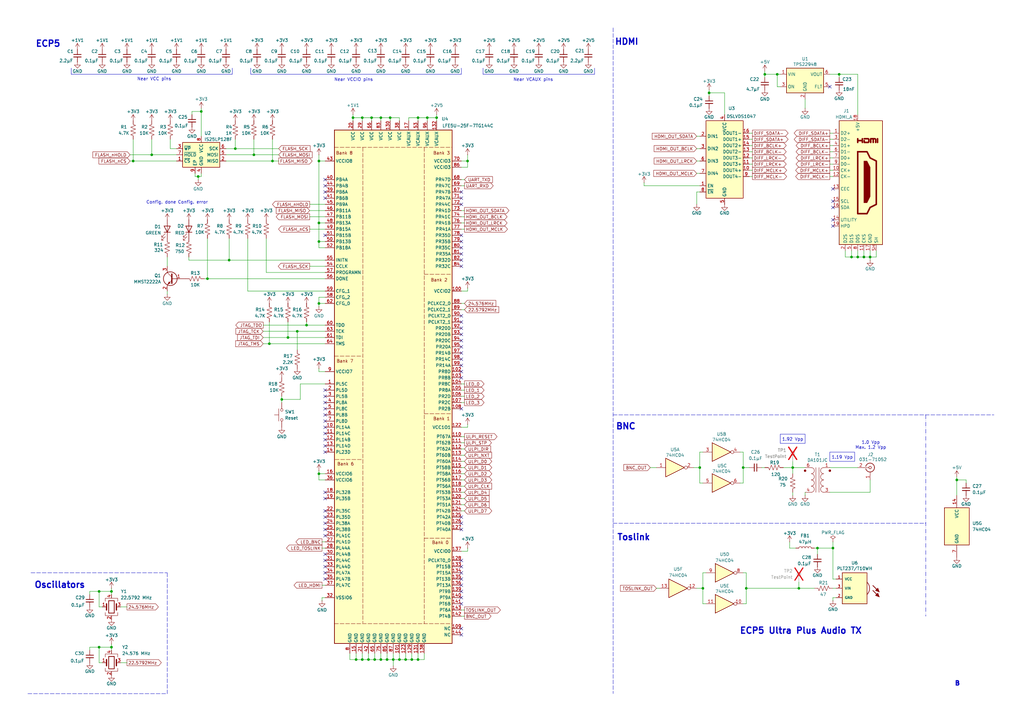
<source format=kicad_sch>
(kicad_sch (version 20231120) (generator "eeschema") (generator_version "8.0")
  (paper "A3")
  (junction (at 287.02 191.77))
  (junction (at 146.05 270.51))
  (junction (at 392.43 196.85))
  (junction (at 45.72 265.43))
  (junction (at 130.81 124.46))
  (junction (at 175.26 48.26))
  (junction (at 93.98 106.68))
  (junction (at 313.69 30.48))
  (junction (at 168.91 270.51))
  (junction (at 151.13 270.51))
  (junction (at 158.75 270.51))
  (junction (at 288.29 241.3))
  (junction (at 179.07 48.26))
  (junction (at 344.17 30.48))
  (junction (at 335.28 224.79))
  (junction (at 130.81 66.04))
  (junction (at 156.21 270.51))
  (junction (at 318.77 30.48))
  (junction (at 341.63 224.79))
  (junction (at 96.52 60.96))
  (junction (at 290.83 38.1))
  (junction (at 54.61 66.04))
  (junction (at 161.29 270.51))
  (junction (at 85.09 114.3))
  (junction (at 325.12 191.77))
  (junction (at 82.55 45.72))
  (junction (at 171.45 48.26))
  (junction (at 130.81 91.44))
  (junction (at 160.02 48.26))
  (junction (at 111.76 66.04))
  (junction (at 121.92 135.89))
  (junction (at 354.33 105.41))
  (junction (at 356.87 105.41))
  (junction (at 45.72 242.57))
  (junction (at 110.49 140.97))
  (junction (at 104.14 63.5))
  (junction (at 115.57 163.83))
  (junction (at 62.23 63.5))
  (junction (at 304.8 191.77))
  (junction (at 327.66 241.3))
  (junction (at 351.79 105.41))
  (junction (at 130.81 194.31))
  (junction (at 81.28 72.39))
  (junction (at 156.21 48.26))
  (junction (at 118.11 138.43))
  (junction (at 153.67 270.51))
  (junction (at 163.83 270.51))
  (junction (at 349.25 105.41))
  (junction (at 166.37 270.51))
  (junction (at 306.07 241.3))
  (junction (at 148.59 48.26))
  (junction (at 40.64 265.43))
  (junction (at 171.45 270.51))
  (junction (at 191.77 66.04))
  (junction (at 40.64 242.57))
  (junction (at 148.59 270.51))
  (junction (at 125.73 133.35))
  (junction (at 152.4 48.26))
  (junction (at 130.81 99.06))
  (junction (at 144.78 48.26))
  (no_connect (at 189.23 101.6))
  (no_connect (at 189.23 149.86))
  (no_connect (at 341.63 92.71))
  (no_connect (at 189.23 167.64))
  (no_connect (at 189.23 247.65))
  (no_connect (at 133.35 204.47))
  (no_connect (at 189.23 237.49))
  (no_connect (at 133.35 165.1))
  (no_connect (at 189.23 132.08))
  (no_connect (at 189.23 154.94))
  (no_connect (at 133.35 214.63))
  (no_connect (at 189.23 144.78))
  (no_connect (at 189.23 78.74))
  (no_connect (at 133.35 217.17))
  (no_connect (at 133.35 81.28))
  (no_connect (at 189.23 104.14))
  (no_connect (at 189.23 217.17))
  (no_connect (at 189.23 96.52))
  (no_connect (at 340.36 35.56))
  (no_connect (at 133.35 209.55))
  (no_connect (at 133.35 78.74))
  (no_connect (at 189.23 240.03))
  (no_connect (at 189.23 242.57))
  (no_connect (at 133.35 180.34))
  (no_connect (at 341.63 82.55))
  (no_connect (at 189.23 152.4))
  (no_connect (at 133.35 182.88))
  (no_connect (at 133.35 232.41))
  (no_connect (at 189.23 214.63))
  (no_connect (at 189.23 81.28))
  (no_connect (at 133.35 227.33))
  (no_connect (at 133.35 162.56))
  (no_connect (at 189.23 137.16))
  (no_connect (at 133.35 185.42))
  (no_connect (at 341.63 90.17))
  (no_connect (at 133.35 170.18))
  (no_connect (at 133.35 229.87))
  (no_connect (at 133.35 212.09))
  (no_connect (at 341.63 77.47))
  (no_connect (at 189.23 134.62))
  (no_connect (at 133.35 234.95))
  (no_connect (at 133.35 76.2))
  (no_connect (at 189.23 99.06))
  (no_connect (at 189.23 106.68))
  (no_connect (at 133.35 96.52))
  (no_connect (at 133.35 201.93))
  (no_connect (at 133.35 160.02))
  (no_connect (at 189.23 129.54))
  (no_connect (at 133.35 167.64))
  (no_connect (at 189.23 260.35))
  (no_connect (at 133.35 177.8))
  (no_connect (at 189.23 234.95))
  (no_connect (at 133.35 237.49))
  (no_connect (at 189.23 83.82))
  (no_connect (at 133.35 175.26))
  (no_connect (at 189.23 232.41))
  (no_connect (at 341.63 85.09))
  (no_connect (at 189.23 257.81))
  (no_connect (at 133.35 73.66))
  (no_connect (at 133.35 172.72))
  (no_connect (at 189.23 229.87))
  (no_connect (at 189.23 147.32))
  (no_connect (at 189.23 109.22))
  (no_connect (at 189.23 212.09))
  (no_connect (at 189.23 142.24))
  (no_connect (at 189.23 139.7))
  (no_connect (at 189.23 245.11))
  (no_connect (at 133.35 219.71))
  (wire (pts (xy 127 109.22) (xy 133.35 109.22)))
  (polyline (pts (xy 243.84 27.94) (xy 243.84 30.48)))
  (wire (pts (xy 190.5 184.15) (xy 189.23 184.15)))
  (wire (pts (xy 156.21 48.26) (xy 160.02 48.26)))
  (wire (pts (xy 342.9 237.49) (xy 341.63 237.49)))
  (wire (pts (xy 62.23 57.15) (xy 62.23 63.5)))
  (wire (pts (xy 111.76 66.04) (xy 114.3 66.04)))
  (wire (pts (xy 161.29 270.51) (xy 163.83 270.51)))
  (wire (pts (xy 171.45 270.51) (xy 173.99 270.51)))
  (wire (pts (xy 325.12 191.77) (xy 325.12 194.31)))
  (wire (pts (xy 341.63 237.49) (xy 341.63 224.79)))
  (wire (pts (xy 130.81 152.4) (xy 130.81 151.13)))
  (wire (pts (xy 288.29 241.3) (xy 288.29 247.65)))
  (wire (pts (xy 146.05 267.97) (xy 146.05 270.51)))
  (wire (pts (xy 109.22 111.76) (xy 133.35 111.76)))
  (wire (pts (xy 107.95 140.97) (xy 110.49 140.97)))
  (polyline (pts (xy 189.23 27.94) (xy 189.23 30.48)))
  (wire (pts (xy 92.71 66.04) (xy 111.76 66.04)))
  (wire (pts (xy 36.83 242.57) (xy 36.83 243.84)))
  (wire (pts (xy 264.16 74.93) (xy 264.16 76.2)))
  (wire (pts (xy 158.75 267.97) (xy 158.75 270.51)))
  (wire (pts (xy 132.08 245.11) (xy 132.08 246.38)))
  (wire (pts (xy 189.23 124.46) (xy 190.5 124.46)))
  (wire (pts (xy 125.73 133.35) (xy 133.35 133.35)))
  (wire (pts (xy 130.81 66.04) (xy 130.81 91.44)))
  (wire (pts (xy 167.64 48.26) (xy 171.45 48.26)))
  (wire (pts (xy 81.28 72.39) (xy 80.01 72.39)))
  (wire (pts (xy 392.43 196.85) (xy 396.24 196.85)))
  (wire (pts (xy 304.8 191.77) (xy 304.8 198.12)))
  (wire (pts (xy 68.58 120.65) (xy 68.58 119.38)))
  (wire (pts (xy 156.21 270.51) (xy 158.75 270.51)))
  (wire (pts (xy 160.02 48.26) (xy 163.83 48.26)))
  (wire (pts (xy 107.95 133.35) (xy 125.73 133.35)))
  (wire (pts (xy 318.77 35.56) (xy 318.77 30.48)))
  (wire (pts (xy 54.61 57.15) (xy 54.61 66.04)))
  (wire (pts (xy 190.5 181.61) (xy 189.23 181.61)))
  (wire (pts (xy 82.55 72.39) (xy 82.55 71.12)))
  (polyline (pts (xy 29.21 27.94) (xy 29.21 30.48)))
  (wire (pts (xy 285.75 71.12) (xy 287.02 71.12)))
  (wire (pts (xy 284.48 191.77) (xy 287.02 191.77)))
  (wire (pts (xy 304.8 185.42) (xy 304.8 191.77)))
  (wire (pts (xy 52.07 271.78) (xy 49.53 271.78)))
  (wire (pts (xy 133.35 196.85) (xy 130.81 196.85)))
  (wire (pts (xy 356.87 105.41) (xy 354.33 105.41)))
  (wire (pts (xy 107.95 135.89) (xy 121.92 135.89)))
  (wire (pts (xy 326.39 224.79) (xy 323.85 224.79)))
  (wire (pts (xy 101.6 97.79) (xy 101.6 119.38)))
  (wire (pts (xy 110.49 132.08) (xy 110.49 140.97)))
  (wire (pts (xy 306.07 241.3) (xy 306.07 247.65)))
  (wire (pts (xy 351.79 30.48) (xy 351.79 46.99)))
  (wire (pts (xy 344.17 30.48) (xy 351.79 30.48)))
  (wire (pts (xy 190.5 162.56) (xy 189.23 162.56)))
  (wire (pts (xy 191.77 226.06) (xy 191.77 224.79)))
  (wire (pts (xy 93.98 106.68) (xy 93.98 97.79)))
  (wire (pts (xy 189.23 66.04) (xy 191.77 66.04)))
  (polyline (pts (xy 29.21 30.48) (xy 95.25 30.48)))
  (wire (pts (xy 171.45 267.97) (xy 171.45 270.51)))
  (wire (pts (xy 190.5 186.69) (xy 189.23 186.69)))
  (wire (pts (xy 330.2 40.64) (xy 330.2 44.45)))
  (wire (pts (xy 130.81 91.44) (xy 133.35 91.44)))
  (wire (pts (xy 304.8 234.95) (xy 306.07 234.95)))
  (wire (pts (xy 325.12 201.93) (xy 325.12 203.2)))
  (wire (pts (xy 312.42 191.77) (xy 313.69 191.77)))
  (wire (pts (xy 81.28 73.66) (xy 81.28 72.39)))
  (wire (pts (xy 189.23 91.44) (xy 190.5 91.44)))
  (wire (pts (xy 340.36 191.77) (xy 351.79 191.77)))
  (polyline (pts (xy 251.46 11.43) (xy 251.46 284.48)) (stroke (width 0) (type dash)))
  (wire (pts (xy 190.5 209.55) (xy 189.23 209.55)))
  (wire (pts (xy 133.35 66.04) (xy 130.81 66.04)))
  (wire (pts (xy 290.83 36.83) (xy 290.83 38.1)))
  (wire (pts (xy 297.18 46.99) (xy 297.18 38.1)))
  (wire (pts (xy 303.53 185.42) (xy 304.8 185.42)))
  (wire (pts (xy 190.5 204.47) (xy 189.23 204.47)))
  (wire (pts (xy 342.9 241.3) (xy 341.63 241.3)))
  (wire (pts (xy 340.36 62.23) (xy 341.63 62.23)))
  (wire (pts (xy 132.08 240.03) (xy 133.35 240.03)))
  (wire (pts (xy 130.81 194.31) (xy 133.35 194.31)))
  (wire (pts (xy 330.2 201.93) (xy 330.2 203.2)))
  (polyline (pts (xy 198.12 27.94) (xy 198.12 30.48)))
  (wire (pts (xy 351.79 102.87) (xy 351.79 105.41)))
  (wire (pts (xy 133.35 101.6) (xy 130.81 101.6)))
  (wire (pts (xy 190.5 165.1) (xy 189.23 165.1)))
  (wire (pts (xy 130.81 66.04) (xy 130.81 63.5)))
  (wire (pts (xy 152.4 48.26) (xy 152.4 49.53)))
  (wire (pts (xy 40.64 265.43) (xy 36.83 265.43)))
  (wire (pts (xy 166.37 267.97) (xy 166.37 270.51)))
  (wire (pts (xy 354.33 102.87) (xy 354.33 105.41)))
  (wire (pts (xy 344.17 30.48) (xy 344.17 31.75)))
  (wire (pts (xy 189.23 119.38) (xy 191.77 119.38)))
  (wire (pts (xy 40.64 271.78) (xy 40.64 265.43)))
  (wire (pts (xy 153.67 267.97) (xy 153.67 270.51)))
  (wire (pts (xy 288.29 234.95) (xy 289.56 234.95)))
  (wire (pts (xy 93.98 106.68) (xy 133.35 106.68)))
  (wire (pts (xy 109.22 111.76) (xy 109.22 97.79)))
  (wire (pts (xy 111.76 57.15) (xy 111.76 66.04)))
  (wire (pts (xy 121.92 135.89) (xy 121.92 143.51)))
  (wire (pts (xy 133.35 157.48) (xy 123.19 157.48)))
  (wire (pts (xy 130.81 91.44) (xy 130.81 99.06)))
  (wire (pts (xy 78.74 45.72) (xy 82.55 45.72)))
  (wire (pts (xy 341.63 222.25) (xy 341.63 224.79)))
  (wire (pts (xy 285.75 78.74) (xy 285.75 83.82)))
  (wire (pts (xy 341.63 224.79) (xy 335.28 224.79)))
  (polyline (pts (xy 198.12 30.48) (xy 243.84 30.48)))
  (wire (pts (xy 304.8 198.12) (xy 303.53 198.12)))
  (wire (pts (xy 36.83 265.43) (xy 36.83 266.7)))
  (wire (pts (xy 289.56 247.65) (xy 288.29 247.65)))
  (wire (pts (xy 68.58 105.41) (xy 68.58 109.22)))
  (wire (pts (xy 171.45 48.26) (xy 175.26 48.26)))
  (polyline (pts (xy 95.25 27.94) (xy 95.25 30.48)))
  (wire (pts (xy 115.57 163.83) (xy 115.57 165.1)))
  (wire (pts (xy 327.66 238.76) (xy 327.66 241.3)))
  (wire (pts (xy 321.31 191.77) (xy 325.12 191.77)))
  (wire (pts (xy 335.28 224.79) (xy 335.28 227.33)))
  (wire (pts (xy 340.36 69.85) (xy 341.63 69.85)))
  (wire (pts (xy 308.61 64.77) (xy 307.34 64.77)))
  (wire (pts (xy 285.75 55.88) (xy 287.02 55.88)))
  (wire (pts (xy 190.5 207.01) (xy 189.23 207.01)))
  (wire (pts (xy 104.14 57.15) (xy 104.14 63.5)))
  (wire (pts (xy 92.71 63.5) (xy 104.14 63.5)))
  (wire (pts (xy 163.83 48.26) (xy 163.83 49.53)))
  (wire (pts (xy 127 88.9) (xy 133.35 88.9)))
  (wire (pts (xy 266.7 191.77) (xy 269.24 191.77)))
  (wire (pts (xy 191.77 66.04) (xy 191.77 63.5)))
  (wire (pts (xy 53.34 63.5) (xy 62.23 63.5)))
  (wire (pts (xy 323.85 222.25) (xy 323.85 224.79)))
  (wire (pts (xy 171.45 48.26) (xy 171.45 49.53)))
  (polyline (pts (xy 68.58 234.95) (xy 68.58 284.48)) (stroke (width 0) (type dash)))
  (wire (pts (xy 130.81 121.92) (xy 130.81 124.46)))
  (wire (pts (xy 191.77 119.38) (xy 191.77 118.11)))
  (wire (pts (xy 190.5 189.23) (xy 189.23 189.23)))
  (wire (pts (xy 166.37 270.51) (xy 168.91 270.51)))
  (polyline (pts (xy 102.87 27.94) (xy 102.87 30.48)))
  (wire (pts (xy 132.08 222.25) (xy 133.35 222.25)))
  (wire (pts (xy 125.73 132.08) (xy 125.73 133.35)))
  (wire (pts (xy 189.23 86.36) (xy 190.5 86.36)))
  (wire (pts (xy 54.61 66.04) (xy 72.39 66.04)))
  (wire (pts (xy 396.24 198.12) (xy 396.24 196.85)))
  (wire (pts (xy 189.23 226.06) (xy 191.77 226.06)))
  (wire (pts (xy 130.81 196.85) (xy 130.81 194.31)))
  (wire (pts (xy 318.77 30.48) (xy 320.04 30.48)))
  (wire (pts (xy 359.41 105.41) (xy 356.87 105.41)))
  (wire (pts (xy 340.36 30.48) (xy 344.17 30.48)))
  (wire (pts (xy 40.64 265.43) (xy 45.72 265.43)))
  (wire (pts (xy 52.07 248.92) (xy 49.53 248.92)))
  (wire (pts (xy 69.85 57.15) (xy 69.85 60.96)))
  (wire (pts (xy 308.61 67.31) (xy 307.34 67.31)))
  (wire (pts (xy 41.91 248.92) (xy 40.64 248.92)))
  (wire (pts (xy 45.72 264.16) (xy 45.72 265.43)))
  (wire (pts (xy 53.34 66.04) (xy 54.61 66.04)))
  (wire (pts (xy 320.04 35.56) (xy 318.77 35.56)))
  (wire (pts (xy 133.35 119.38) (xy 101.6 119.38)))
  (wire (pts (xy 287.02 78.74) (xy 285.75 78.74)))
  (wire (pts (xy 132.08 224.79) (xy 133.35 224.79)))
  (wire (pts (xy 290.83 38.1) (xy 290.83 39.37)))
  (wire (pts (xy 127 93.98) (xy 133.35 93.98)))
  (wire (pts (xy 77.47 106.68) (xy 77.47 105.41)))
  (wire (pts (xy 351.79 105.41) (xy 349.25 105.41)))
  (wire (pts (xy 151.13 267.97) (xy 151.13 270.51)))
  (wire (pts (xy 163.83 270.51) (xy 166.37 270.51)))
  (wire (pts (xy 190.5 194.31) (xy 189.23 194.31)))
  (wire (pts (xy 288.29 234.95) (xy 288.29 241.3)))
  (wire (pts (xy 82.55 44.45) (xy 82.55 45.72)))
  (wire (pts (xy 356.87 102.87) (xy 356.87 105.41)))
  (wire (pts (xy 78.74 45.72) (xy 78.74 46.99)))
  (wire (pts (xy 191.77 175.26) (xy 191.77 173.99)))
  (wire (pts (xy 189.23 76.2) (xy 190.5 76.2)))
  (wire (pts (xy 130.81 124.46) (xy 133.35 124.46)))
  (wire (pts (xy 80.01 72.39) (xy 80.01 71.12)))
  (wire (pts (xy 308.61 59.69) (xy 307.34 59.69)))
  (wire (pts (xy 148.59 267.97) (xy 148.59 270.51)))
  (wire (pts (xy 153.67 270.51) (xy 156.21 270.51)))
  (wire (pts (xy 341.63 245.11) (xy 341.63 246.38)))
  (wire (pts (xy 340.36 57.15) (xy 341.63 57.15)))
  (wire (pts (xy 40.64 242.57) (xy 45.72 242.57)))
  (wire (pts (xy 161.29 267.97) (xy 161.29 270.51)))
  (wire (pts (xy 62.23 63.5) (xy 72.39 63.5)))
  (wire (pts (xy 392.43 195.58) (xy 392.43 196.85)))
  (wire (pts (xy 356.87 201.93) (xy 356.87 196.85)))
  (wire (pts (xy 175.26 48.26) (xy 175.26 49.53)))
  (wire (pts (xy 45.72 242.57) (xy 45.72 243.84)))
  (wire (pts (xy 148.59 270.51) (xy 151.13 270.51)))
  (wire (pts (xy 45.72 241.3) (xy 45.72 242.57)))
  (wire (pts (xy 287.02 191.77) (xy 287.02 185.42)))
  (wire (pts (xy 130.81 99.06) (xy 130.81 101.6)))
  (wire (pts (xy 190.5 191.77) (xy 189.23 191.77)))
  (polyline (pts (xy 251.46 170.18) (xy 407.67 170.18)) (stroke (width 0) (type dash)))
  (wire (pts (xy 349.25 102.87) (xy 349.25 105.41)))
  (wire (pts (xy 190.5 160.02) (xy 189.23 160.02)))
  (wire (pts (xy 287.02 191.77) (xy 287.02 198.12)))
  (wire (pts (xy 107.95 138.43) (xy 118.11 138.43)))
  (wire (pts (xy 308.61 62.23) (xy 307.34 62.23)))
  (wire (pts (xy 349.25 105.41) (xy 346.71 105.41)))
  (wire (pts (xy 123.19 157.48) (xy 123.19 163.83)))
  (wire (pts (xy 392.43 196.85) (xy 392.43 203.2)))
  (wire (pts (xy 306.07 234.95) (xy 306.07 241.3)))
  (wire (pts (xy 158.75 270.51) (xy 161.29 270.51)))
  (wire (pts (xy 104.14 63.5) (xy 114.3 63.5)))
  (wire (pts (xy 123.19 163.83) (xy 115.57 163.83)))
  (wire (pts (xy 130.81 124.46) (xy 130.81 125.73)))
  (wire (pts (xy 325.12 189.23) (xy 325.12 191.77)))
  (wire (pts (xy 179.07 48.26) (xy 179.07 49.53)))
  (polyline (pts (xy 12.7 234.95) (xy 68.58 234.95)) (stroke (width 0) (type dash)))
  (wire (pts (xy 304.8 247.65) (xy 306.07 247.65)))
  (wire (pts (xy 156.21 267.97) (xy 156.21 270.51)))
  (wire (pts (xy 69.85 60.96) (xy 72.39 60.96)))
  (wire (pts (xy 308.61 54.61) (xy 307.34 54.61)))
  (wire (pts (xy 151.13 270.51) (xy 153.67 270.51)))
  (wire (pts (xy 325.12 191.77) (xy 330.2 191.77)))
  (wire (pts (xy 189.23 250.19) (xy 190.5 250.19)))
  (polyline (pts (xy 102.87 30.48) (xy 189.23 30.48)))
  (wire (pts (xy 189.23 68.58) (xy 191.77 68.58)))
  (wire (pts (xy 306.07 241.3) (xy 327.66 241.3)))
  (wire (pts (xy 179.07 46.99) (xy 179.07 48.26)))
  (wire (pts (xy 96.52 60.96) (xy 114.3 60.96)))
  (polyline (pts (xy 379.73 170.18) (xy 379.73 252.73)) (stroke (width 0) (type dash_dot)))
  (wire (pts (xy 190.5 196.85) (xy 189.23 196.85)))
  (wire (pts (xy 340.36 59.69) (xy 341.63 59.69)))
  (wire (pts (xy 175.26 48.26) (xy 179.07 48.26)))
  (wire (pts (xy 327.66 241.3) (xy 334.01 241.3)))
  (wire (pts (xy 146.05 270.51) (xy 148.59 270.51)))
  (wire (pts (xy 340.36 201.93) (xy 356.87 201.93)))
  (wire (pts (xy 189.23 73.66) (xy 190.5 73.66)))
  (wire (pts (xy 190.5 179.07) (xy 189.23 179.07)))
  (wire (pts (xy 346.71 105.41) (xy 346.71 102.87)))
  (wire (pts (xy 127 86.36) (xy 133.35 86.36)))
  (wire (pts (xy 359.41 102.87) (xy 359.41 105.41)))
  (wire (pts (xy 313.69 30.48) (xy 313.69 31.75)))
  (wire (pts (xy 287.02 185.42) (xy 288.29 185.42)))
  (wire (pts (xy 340.36 54.61) (xy 341.63 54.61)))
  (wire (pts (xy 40.64 242.57) (xy 36.83 242.57)))
  (wire (pts (xy 143.51 267.97) (xy 143.51 270.51)))
  (wire (pts (xy 148.59 48.26) (xy 148.59 49.53)))
  (wire (pts (xy 156.21 48.26) (xy 156.21 49.53)))
  (wire (pts (xy 130.81 194.31) (xy 130.81 193.04)))
  (wire (pts (xy 342.9 245.11) (xy 341.63 245.11)))
  (wire (pts (xy 85.09 114.3) (xy 133.35 114.3)))
  (wire (pts (xy 264.16 76.2) (xy 287.02 76.2)))
  (wire (pts (xy 173.99 270.51) (xy 173.99 267.97)))
  (wire (pts (xy 189.23 88.9) (xy 190.5 88.9)))
  (wire (pts (xy 130.81 99.06) (xy 133.35 99.06)))
  (wire (pts (xy 189.23 93.98) (xy 190.5 93.98)))
  (wire (pts (xy 82.55 45.72) (xy 82.55 55.88)))
  (wire (pts (xy 133.35 152.4) (xy 130.81 152.4)))
  (wire (pts (xy 340.36 64.77) (xy 341.63 64.77)))
  (wire (pts (xy 163.83 267.97) (xy 163.83 270.51)))
  (wire (pts (xy 143.51 270.51) (xy 146.05 270.51)))
  (wire (pts (xy 190.5 199.39) (xy 189.23 199.39)))
  (wire (pts (xy 168.91 270.51) (xy 171.45 270.51)))
  (wire (pts (xy 118.11 132.08) (xy 118.11 138.43)))
  (wire (pts (xy 81.28 72.39) (xy 82.55 72.39)))
  (wire (pts (xy 160.02 48.26) (xy 160.02 49.53)))
  (wire (pts (xy 45.72 265.43) (xy 45.72 266.7)))
  (wire (pts (xy 285.75 60.96) (xy 287.02 60.96)))
  (wire (pts (xy 334.01 224.79) (xy 335.28 224.79)))
  (wire (pts (xy 41.91 271.78) (xy 40.64 271.78)))
  (wire (pts (xy 287.02 198.12) (xy 288.29 198.12)))
  (wire (pts (xy 190.5 201.93) (xy 189.23 201.93)))
  (wire (pts (xy 148.59 48.26) (xy 152.4 48.26)))
  (wire (pts (xy 144.78 48.26) (xy 148.59 48.26)))
  (wire (pts (xy 96.52 57.15) (xy 96.52 60.96)))
  (wire (pts (xy 356.87 106.68) (xy 356.87 105.41)))
  (wire (pts (xy 340.36 72.39) (xy 341.63 72.39)))
  (wire (pts (xy 168.91 267.97) (xy 168.91 270.51)))
  (wire (pts (xy 285.75 66.04) (xy 287.02 66.04)))
  (wire (pts (xy 191.77 68.58) (xy 191.77 66.04)))
  (wire (pts (xy 308.61 69.85) (xy 307.34 69.85)))
  (wire (pts (xy 127 83.82) (xy 133.35 83.82)))
  (wire (pts (xy 115.57 163.83) (xy 115.57 162.56)))
  (wire (pts (xy 161.29 270.51) (xy 161.29 273.05)))
  (wire (pts (xy 190.5 157.48) (xy 189.23 157.48)))
  (wire (pts (xy 92.71 60.96) (xy 96.52 60.96)))
  (wire (pts (xy 152.4 48.26) (xy 156.21 48.26)))
  (wire (pts (xy 110.49 140.97) (xy 133.35 140.97)))
  (polyline (pts (xy 11.43 284.48) (xy 68.58 284.48)) (stroke (width 0) (type dash)))
  (wire (pts (xy 118.11 138.43) (xy 133.35 138.43)))
  (polyline (pts (xy 251.46 214.63) (xy 379.73 214.63)) (stroke (width 0) (type dash)))
  (wire (pts (xy 77.47 106.68) (xy 93.98 106.68)))
  (wire (pts (xy 167.64 49.53) (xy 167.64 48.26)))
  (wire (pts (xy 308.61 72.39) (xy 307.34 72.39)))
  (wire (pts (xy 297.18 38.1) (xy 290.83 38.1)))
  (wire (pts (xy 189.23 127) (xy 190.5 127)))
  (wire (pts (xy 121.92 135.89) (xy 133.35 135.89)))
  (wire (pts (xy 133.35 121.92) (xy 130.81 121.92)))
  (wire (pts (xy 83.82 114.3) (xy 85.09 114.3)))
  (wire (pts (xy 285.75 241.3) (xy 288.29 241.3)))
  (wire (pts (xy 133.35 245.11) (xy 132.08 245.11)))
  (wire (pts (xy 85.09 114.3) (xy 85.09 97.79)))
  (wire (pts (xy 189.23 252.73) (xy 190.5 252.73)))
  (wire (pts (xy 308.61 57.15) (xy 307.34 57.15)))
  (wire (pts (xy 189.23 175.26) (xy 191.77 175.26)))
  (wire (pts (xy 340.36 67.31) (xy 341.63 67.31)))
  (wire (pts (xy 40.64 248.92) (xy 40.64 242.57)))
  (wire (pts (xy 144.78 46.99) (xy 144.78 48.26)))
  (wire (pts (xy 313.69 29.21) (xy 313.69 30.48)))
  (wire (pts (xy 269.24 241.3) (xy 270.51 241.3)))
  (wire (pts (xy 313.69 30.48) (xy 318.77 30.48)))
  (wire (pts (xy 144.78 49.53) (xy 144.78 48.26)))
  (wire (pts (xy 354.33 105.41) (xy 351.79 105.41)))
  (wire (pts (xy 304.8 191.77) (xy 307.34 191.77)))
  (rectangle (start 320.04 178.054) (end 330.2 181.864))
  (rectangle (start 340.36 185.42) (end 350.52 189.23))
  (text "ECP5" (at 14.478 19.558 0) (effects (font (size 2.54 2.54) (thickness 0.508) (bold yes)) (justify left bottom)))
  (text "1.92 Vpp" (at 325.12 180.34 0) (effects (font (size 1.27 1.27))))
  (text "Toslink" (at 252.984 220.472 0) (effects (font (size 2.54 2.54) (thickness 0.508) (bold yes)) (justify left)))
  (text "Config. error" (at 72.898 83.82 0) (effects (font (size 1.27 1.27)) (justify left bottom)))
  (text "1.19 Vpp" (at 345.44 187.706 0) (effects (font (size 1.27 1.27))))
  (text "HDMI" (at 257.048 17.272 0) (effects (font (size 2.54 2.54) (thickness 0.508) (bold yes))))
  (text "BNC" (at 252.476 175.006 0) (effects (font (size 2.54 2.54) (thickness 0.508) (bold yes)) (justify left)))
  (text "ECP5 Ultra Plus Audio TX" (at 303.276 258.826 0) (effects (font (size 2.54 2.54) (thickness 0.508) (bold yes)) (justify left)))
  (text "Near VCCIO pins" (at 145.034 32.766 0) (effects (font (size 1.27 1.27))))
  (text "1.0 Vpp\nMax. 1.2 Vpp" (at 357.124 182.626 0) (effects (font (size 1.27 1.27))))
  (text "Config. done" (at 59.944 83.82 0) (effects (font (size 1.27 1.27)) (justify left bottom)))
  (text "Near VCAUX pins" (at 218.694 32.766 0) (effects (font (size 1.27 1.27))))
  (text "B" (at 392.684 280.416 0) (effects (font (size 1.778 1.778) (thickness 0.508) (bold yes))))
  (text "Oscillators" (at 13.97 240.03 0) (effects (font (size 2.54 2.54) (thickness 0.508) (bold yes)) (justify left)))
  (text "Near VCC pins" (at 63.246 32.512 0) (effects (font (size 1.27 1.27))))
  (global_label "JTAG_TCK" (shape input) (at 107.95 135.89 180) (property "Intersheetrefs" "${INTERSHEET_REFS}" (effects (hide yes))))
  (global_label "ULPI_DIR" (shape input) (at 190.5 184.15 0) (property "Intersheetrefs" "${INTERSHEET_REFS}" (effects (hide yes))))
  (global_label "LED_TOSLINK" (shape output) (at 132.08 224.79 180) (property "Intersheetrefs" "${INTERSHEET_REFS}" (effects (hide yes))))
  (global_label "HDMI_OUT_SDATA" (shape input) (at 285.75 55.88 180) (property "Intersheetrefs" "${INTERSHEET_REFS}" (effects (hide yes))))
  (global_label "LED_3" (shape output) (at 190.5 165.1 0) (property "Intersheetrefs" "${INTERSHEET_REFS}" (effects (hide yes))))
  (global_label "LED_1" (shape output) (at 190.5 160.02 0) (property "Intersheetrefs" "${INTERSHEET_REFS}" (effects (hide yes))))
  (global_label "ULPI_D5" (shape input) (at 190.5 204.47 0) (property "Intersheetrefs" "${INTERSHEET_REFS}" (effects (hide yes))))
  (global_label "HDMI_OUT_MCLK" (shape output) (at 190.5 93.98 0) (property "Intersheetrefs" "${INTERSHEET_REFS}" (effects (hide yes))))
  (global_label "ULPI_D6" (shape input) (at 190.5 207.01 0) (property "Intersheetrefs" "${INTERSHEET_REFS}" (effects (hide yes))))
  (global_label "ULPI_D1" (shape bidirectional) (at 190.5 191.77 0) (property "Intersheetrefs" "${INTERSHEET_REFS}" (effects (hide yes))))
  (global_label "HDMI_OUT_MCLK" (shape input) (at 285.75 71.12 180) (property "Intersheetrefs" "${INTERSHEET_REFS}" (effects (hide yes))))
  (global_label "DIFF_BCLK-" (shape output) (at 340.36 62.23 180) (property "Intersheetrefs" "${INTERSHEET_REFS}" (effects (hide yes))))
  (global_label "UART_TXD" (shape input) (at 190.5 73.66 0) (property "Intersheetrefs" "${INTERSHEET_REFS}" (effects (hide yes))))
  (global_label "BNC_OUT" (shape input) (at 266.7 191.77 180) (property "Intersheetrefs" "${INTERSHEET_REFS}" (effects (hide yes))))
  (global_label "TOSLINK_OUT" (shape output) (at 190.5 250.19 0) (property "Intersheetrefs" "${INTERSHEET_REFS}" (effects (hide yes))))
  (global_label "ULPI_D7" (shape bidirectional) (at 190.5 209.55 0) (property "Intersheetrefs" "${INTERSHEET_REFS}" (effects (hide yes))))
  (global_label "JTAG_TDI" (shape input) (at 107.95 138.43 180) (property "Intersheetrefs" "${INTERSHEET_REFS}" (effects (hide yes))))
  (global_label "DIFF_MCLK-" (shape output) (at 308.61 72.39 0) (property "Intersheetrefs" "${INTERSHEET_REFS}" (effects (hide yes))))
  (global_label "22.5792MHz" (shape input) (at 190.5 127 0) (property "Intersheetrefs" "${INTERSHEET_REFS}" (effects (hide yes))))
  (global_label "ULPI_D4" (shape input) (at 190.5 201.93 0) (property "Intersheetrefs" "${INTERSHEET_REFS}" (effects (hide yes))))
  (global_label "ULPI_D0" (shape bidirectional) (at 190.5 189.23 0) (property "Intersheetrefs" "${INTERSHEET_REFS}" (effects (hide yes))))
  (global_label "FLASH_nCS" (shape output) (at 127 93.98 180) (property "Intersheetrefs" "${INTERSHEET_REFS}" (effects (hide yes))))
  (global_label "HDMI_OUT_LRCK" (shape output) (at 190.5 91.44 0) (property "Intersheetrefs" "${INTERSHEET_REFS}" (effects (hide yes))))
  (global_label "ULPI_D3" (shape bidirectional) (at 190.5 196.85 0) (property "Intersheetrefs" "${INTERSHEET_REFS}" (effects (hide yes))))
  (global_label "HDMI_OUT_BCLK" (shape output) (at 190.5 88.9 0) (property "Intersheetrefs" "${INTERSHEET_REFS}" (effects (hide yes))))
  (global_label "FLASH_SCK" (shape input) (at 114.3 60.96 0) (property "Intersheetrefs" "${INTERSHEET_REFS}" (effects (hide yes))))
  (global_label "HDMI_OUT_SDATA" (shape output) (at 190.5 86.36 0) (property "Intersheetrefs" "${INTERSHEET_REFS}" (effects (hide yes))))
  (global_label "DIFF_MCLK+" (shape output) (at 340.36 69.85 180) (property "Intersheetrefs" "${INTERSHEET_REFS}" (effects (hide yes))))
  (global_label "DIFF_LRCK-" (shape output) (at 308.61 64.77 0) (property "Intersheetrefs" "${INTERSHEET_REFS}" (effects (hide yes))))
  (global_label "LED_2" (shape output) (at 190.5 162.56 0) (property "Intersheetrefs" "${INTERSHEET_REFS}" (effects (hide yes))))
  (global_label "22.5792MHz" (shape output) (at 52.07 271.78 0) (property "Intersheetrefs" "${INTERSHEET_REFS}" (effects (hide yes))))
  (global_label "HDMI_OUT_LRCK" (shape input) (at 285.75 66.04 180) (property "Intersheetrefs" "${INTERSHEET_REFS}" (effects (hide yes))))
  (global_label "ULPI_D2" (shape bidirectional) (at 190.5 194.31 0) (property "Intersheetrefs" "${INTERSHEET_REFS}" (effects (hide yes))))
  (global_label "FLASH_MISO" (shape input) (at 127 86.36 180) (property "Intersheetrefs" "${INTERSHEET_REFS}" (effects (hide yes))))
  (global_label "FLASH_MOSI" (shape input) (at 114.3 63.5 0) (property "Intersheetrefs" "${INTERSHEET_REFS}" (effects (hide yes))))
  (global_label "FLASH_nCS" (shape input) (at 53.34 66.04 180) (property "Intersheetrefs" "${INTERSHEET_REFS}" (effects (hide yes))))
  (global_label "FLASH_SCK" (shape output) (at 127 109.22 180) (property "Intersheetrefs" "${INTERSHEET_REFS}" (effects (hide yes))))
  (global_label "LED_0" (shape output) (at 190.5 157.48 0) (property "Intersheetrefs" "${INTERSHEET_REFS}" (effects (hide yes))))
  (global_label "ULPI_RESET" (shape output) (at 190.5 179.07 0) (property "Intersheetrefs" "${INTERSHEET_REFS}" (effects (hide yes))))
  (global_label "24.576MHz" (shape output) (at 52.07 248.92 0) (property "Intersheetrefs" "${INTERSHEET_REFS}" (effects (hide yes))))
  (global_label "TOSLINK_OUT" (shape input) (at 269.24 241.3 180) (property "Intersheetrefs" "${INTERSHEET_REFS}" (effects (hide yes))))
  (global_label "DIFF_BCLK+" (shape output) (at 308.61 59.69 0) (property "Intersheetrefs" "${INTERSHEET_REFS}" (effects (hide yes))))
  (global_label "DIFF_LRCK+" (shape output) (at 340.36 64.77 180) (property "Intersheetrefs" "${INTERSHEET_REFS}" (effects (hide yes))))
  (global_label "DIFF_SDATA-" (shape output) (at 340.36 57.15 180) (property "Intersheetrefs" "${INTERSHEET_REFS}" (effects (hide yes))))
  (global_label "JTAG_TDO" (shape output) (at 107.95 133.35 180) (property "Intersheetrefs" "${INTERSHEET_REFS}" (effects (hide yes))))
  (global_label "DIFF_MCLK+" (shape output) (at 308.61 69.85 0) (property "Intersheetrefs" "${INTERSHEET_REFS}" (effects (hide yes))))
  (global_label "DIFF_SDATA+" (shape output) (at 308.61 57.15 0) (property "Intersheetrefs" "${INTERSHEET_REFS}" (effects (hide yes))))
  (global_label "FLASH_nHOLD" (shape output) (at 127 83.82 180) (property "Intersheetrefs" "${INTERSHEET_REFS}" (effects (hide yes))))
  (global_label "DIFF_BCLK+" (shape output) (at 340.36 59.69 180) (property "Intersheetrefs" "${INTERSHEET_REFS}" (effects (hide yes))))
  (global_label "UART_RXD" (shape output) (at 190.5 76.2 0) (property "Intersheetrefs" "${INTERSHEET_REFS}" (effects (hide yes))))
  (global_label "FLASH_MISO" (shape output) (at 114.3 66.04 0) (property "Intersheetrefs" "${INTERSHEET_REFS}" (effects (hide yes))))
  (global_label "ULPI_CLK" (shape input) (at 190.5 199.39 0) (property "Intersheetrefs" "${INTERSHEET_REFS}" (effects (hide yes))))
  (global_label "DIFF_MCLK-" (shape output) (at 340.36 72.39 180) (property "Intersheetrefs" "${INTERSHEET_REFS}" (effects (hide yes))))
  (global_label "JTAG_TMS" (shape input) (at 107.95 140.97 180) (property "Intersheetrefs" "${INTERSHEET_REFS}" (effects (hide yes))))
  (global_label "LED_HDMI" (shape output) (at 132.08 240.03 180) (property "Intersheetrefs" "${INTERSHEET_REFS}" (effects (hide yes))))
  (global_label "BNC_OUT" (shape output) (at 190.5 252.73 0) (property "Intersheetrefs" "${INTERSHEET_REFS}" (effects (hide yes))))
  (global_label "LED_BNC" (shape output) (at 132.08 222.25 180) (property "Intersheetrefs" "${INTERSHEET_REFS}" (effects (hide yes))))
  (global_label "DIFF_LRCK-" (shape output) (at 340.36 67.31 180) (property "Intersheetrefs" "${INTERSHEET_REFS}" (effects (hide yes))))
  (global_label "24.576MHz" (shape input) (at 190.5 124.46 0) (property "Intersheetrefs" "${INTERSHEET_REFS}" (effects (hide yes))))
  (global_label "ULPI_STP" (shape output) (at 190.5 181.61 0) (property "Intersheetrefs" "${INTERSHEET_REFS}" (effects (hide yes))))
  (global_label "DIFF_SDATA+" (shape output) (at 340.36 54.61 180) (property "Intersheetrefs" "${INTERSHEET_REFS}" (effects (hide yes))))
  (global_label "DIFF_SDATA-" (shape output) (at 308.61 54.61 0) (property "Intersheetrefs" "${INTERSHEET_REFS}" (effects (hide yes))))
  (global_label "DIFF_BCLK-" (shape output) (at 308.61 62.23 0) (property "Intersheetrefs" "${INTERSHEET_REFS}" (effects (hide yes))))
  (global_label "FLASH_nHOLD" (shape input) (at 53.34 63.5 180) (property "Intersheetrefs" "${INTERSHEET_REFS}" (effects (hide yes))))
  (global_label "FLASH_MOSI" (shape output) (at 127 88.9 180) (property "Intersheetrefs" "${INTERSHEET_REFS}" (effects (hide yes))))
  (global_label "ULPI_NXT" (shape input) (at 190.5 186.69 0) (property "Intersheetrefs" "${INTERSHEET_REFS}" (effects (hide yes))))
  (global_label "HDMI_OUT_BCLK" (shape input) (at 285.75 60.96 180) (property "Intersheetrefs" "${INTERSHEET_REFS}" (effects (hide yes))))
  (global_label "DIFF_LRCK+" (shape output) (at 308.61 67.31 0) (property "Intersheetrefs" "${INTERSHEET_REFS}" (effects (hide yes))))
  (symbol (lib_id "power:+2V5") (at 179.07 46.99 0) (unit 1) (in_bom no)
    (property "Reference" "#PWR051" (effects (hide yes)))
    (property "Value" "+2V5" (at 179.07 43.18 0))
    (property "Description" "Power symbol creates a global label with name \"+2V5\"" (effects (hide yes)))
  )
  (symbol (lib_id "power:+3.3V") (at 323.85 222.25 0) (mirror y) (unit 1)
    (property "Reference" "#PWR088" (effects (hide yes)))
    (property "Value" "+3V3" (at 323.85 218.694 0))
    (property "Description" "Power symbol creates a global label with name \"+3.3V\"" (effects (hide yes)))
  )
  (symbol (lib_id "power:+3.3V") (at 156.21 20.32 0) (unit 1) (in_bom no)
    (property "Reference" "#PWR013" (effects (hide yes)))
    (property "Value" "+3V3" (at 156.21 16.51 0))
    (property "Description" "Power symbol creates a global label with name \"+3.3V\"" (effects (hide yes)))
  )
  (symbol (lib_id "power:+3.3V") (at 115.57 20.32 0) (unit 1) (in_bom no)
    (property "Reference" "#PWR09" (effects (hide yes)))
    (property "Value" "+3V3" (at 115.57 16.51 0))
    (property "Description" "Power symbol creates a global label with name \"+3.3V\"" (effects (hide yes)))
  )
  (symbol (lib_id "Connector:TestPoint") (at 327.66 238.76 0) (mirror y) (unit 1) (dnp yes)
    (property "Reference" "TP2" (at 325.12 234.1879 0) (effects (justify left)))
    (property "Value" "TestPoint" (at 325.12 236.7279 0) (effects (justify left)))
    (property "Footprint" "TestPoint:TestPoint_Keystone_5000-5004_Miniature" (effects (hide yes)))
    (property "Description" "TEST POINT" (effects (hide yes)))
    (property "MPN" "5004" (effects (hide yes)))
    (property "Manufacturer" "Keystone Electronics" (effects (hide yes)))
  )
  (symbol (lib_id "Device:C_Small") (at 125.73 22.86 0) (mirror y) (unit 1)
    (property "Reference" "C10" (at 122.936 21.082 0) (effects (justify left)))
    (property "Value" "0.1µF" (at 124.206 24.892 0) (effects (justify left)))
    (property "Footprint" "Capacitor_SMD:C_0603_1608Metric" (effects (hide yes)))
    (property "Description" "CAP CER 0.1UF 50V X7R 0603" (effects (hide yes)))
    (property "MPN" "CL10B104KB8NNNC" (effects (hide yes)))
    (property "Manufacturer" "Samsung Electro-Mechanics" (effects (hide yes)))
  )
  (symbol (lib_id "power:+3.3V") (at 186.69 20.32 0) (unit 1) (in_bom no)
    (property "Reference" "#PWR016" (effects (hide yes)))
    (property "Value" "+3V3" (at 186.69 16.51 0))
    (property "Description" "Power symbol creates a global label with name \"+3.3V\"" (effects (hide yes)))
  )
  (symbol (lib_id "power:GND") (at 36.83 248.92 0) (mirror y) (unit 1)
    (property "Reference" "#PWR095" (effects (hide yes)))
    (property "Value" "GND" (at 36.83 252.476 0))
    (property "Description" "Power symbol creates a global label with name \"GND\" , ground" (effects (hide yes)))
  )
  (symbol (lib_id "Device:C_Small") (at 166.37 22.86 0) (mirror y) (unit 1)
    (property "Reference" "C14" (at 164.846 21.082 0) (effects (justify left)))
    (property "Value" "0.1µF" (at 164.846 24.892 0) (effects (justify left)))
    (property "Footprint" "Capacitor_SMD:C_0603_1608Metric" (effects (hide yes)))
    (property "Description" "CAP CER 0.1UF 50V X7R 0603" (effects (hide yes)))
    (property "MPN" "CL10B104KB8NNNC" (effects (hide yes)))
    (property "Manufacturer" "Samsung Electro-Mechanics" (effects (hide yes)))
  )
  (symbol (lib_id "power:GND") (at 341.63 246.38 0) (mirror y) (unit 1)
    (property "Reference" "#PWR094" (effects (hide yes)))
    (property "Value" "GND" (at 341.63 249.936 0))
    (property "Description" "Power symbol creates a global label with name \"GND\" , ground" (effects (hide yes)))
  )
  (symbol (lib_id "power:+1V1") (at 92.71 20.32 0) (unit 1)
    (property "Reference" "#PWR07" (effects (hide yes)))
    (property "Value" "+1V1" (at 92.71 16.51 0))
    (property "Description" "Power symbol creates a global label with name \"+1V1\"" (effects (hide yes)))
  )
  (symbol (lib_id "power:GND") (at 45.72 254 0) (unit 1)
    (property "Reference" "#PWR096" (effects (hide yes)))
    (property "Value" "GND" (at 45.72 257.556 0))
    (property "Description" "Power symbol creates a global label with name \"GND\" , ground" (effects (hide yes)))
  )
  (symbol (lib_id "Device:C_Small") (at 309.88 191.77 270) (mirror x) (unit 1)
    (property "Reference" "C26" (at 309.8737 185.42 90))
    (property "Value" "0.1µF" (at 309.8737 187.96 90))
    (property "Footprint" "Capacitor_SMD:C_0603_1608Metric" (effects (hide yes)))
    (property "Description" "CAP CER 0.1UF 50V X7R 0603" (effects (hide yes)))
    (property "MPN" "CL10B104KB8NNNC" (effects (hide yes)))
    (property "Manufacturer" "Samsung Electro-Mechanics" (effects (hide yes)))
  )
  (symbol (lib_id "ECP5_AUDIO:PLR137-T10") (at 350.52 241.3 0) (mirror y) (unit 1)
    (property "Reference" "U6" (at 350.52 230.886 0))
    (property "Value" "PLT237/T10WH" (at 350.52 233.172 0))
    (property "Footprint" "ECP5_AUDIO:PLR135-T10" (effects (hide yes)))
    (property "Description" "FIBER OPTIC TRANSMITTER IR" (effects (hide yes)))
    (property "MPN" "PLT237/T10WH" (effects (hide yes)))
    (property "Manufacturer" "Everlight Electronics Co Ltd" (effects (hide yes)))
  )
  (symbol (lib_id "Device:R_US") (at 109.22 93.98 180) (unit 1)
    (property "Reference" "R10" (at 105.41 92.71 0))
    (property "Value" "4.7K" (at 105.41 95.25 0))
    (property "Footprint" "Resistor_SMD:R_0603_1608Metric" (effects (hide yes)))
    (property "Description" "RES SMD 4.7K OHM 1% 1/10W 0603" (effects (hide yes)))
    (property "MPN" "ERJ-3EKF4701V" (effects (hide yes)))
    (property "Manufacturer" "Panasonic Electronic Components" (effects (hide yes)))
  )
  (symbol (lib_id "power:+3.3V") (at 85.09 90.17 0) (unit 1) (in_bom no)
    (property "Reference" "#PWR067" (effects (hide yes)))
    (property "Value" "+3V3" (at 85.09 86.36 0))
    (property "Description" "Power symbol creates a global label with name \"+3.3V\"" (effects (hide yes)))
  )
  (symbol (lib_id "power:+1V1") (at 31.75 20.32 0) (unit 1)
    (property "Reference" "#PWR01" (effects (hide yes)))
    (property "Value" "+1V1" (at 31.75 16.51 0))
    (property "Description" "Power symbol creates a global label with name \"+1V1\"" (effects (hide yes)))
  )
  (symbol (lib_id "74xx:74HC04") (at 276.86 191.77 0) (unit 1)
    (property "Reference" "U5" (at 276.86 184.404 0))
    (property "Value" "74HC04" (at 276.86 186.69 0))
    (property "Footprint" "Package_SO:TSSOP-14_4.4x5mm_P0.65mm" (effects (hide yes)))
    (property "Datasheet" "https://assets.nexperia.com/documents/data-sheet/74HC_HCT04.pdf" (effects (hide yes)))
    (property "Description" "IC INVERTER 6CH 1-INP 14TSSOP" (effects (hide yes)))
    (property "MPN" "SN74HC04PWR" (effects (hide yes)))
    (property "Manufacturer" "Texas Instruments" (effects (hide yes)))
  )
  (symbol (lib_id "Device:C_Small") (at 231.14 22.86 0) (mirror y) (unit 1)
    (property "Reference" "C20" (at 229.616 21.082 0) (effects (justify left)))
    (property "Value" "0.1µF" (at 229.616 24.892 0) (effects (justify left)))
    (property "Footprint" "Capacitor_SMD:C_0603_1608Metric" (effects (hide yes)))
    (property "Description" "CAP CER 0.1UF 50V X7R 0603" (effects (hide yes)))
    (property "MPN" "CL10B104KB8NNNC" (effects (hide yes)))
    (property "Manufacturer" "Samsung Electro-Mechanics" (effects (hide yes)))
  )
  (symbol (lib_id "74xx:74HC04") (at 392.43 215.9 0) (unit 7)
    (property "Reference" "U5" (at 398.78 214.6299 0) (effects (justify left)))
    (property "Value" "74HC04" (at 398.78 217.1699 0) (effects (justify left)))
    (property "Footprint" "Package_SO:TSSOP-14_4.4x5mm_P0.65mm" (effects (hide yes)))
    (property "Datasheet" "https://assets.nexperia.com/documents/data-sheet/74HC_HCT04.pdf" (effects (hide yes)))
    (property "Description" "IC INVERTER 6CH 1-INP 14TSSOP" (effects (hide yes)))
    (property "MPN" "SN74HC04PWR" (effects (hide yes)))
    (property "Manufacturer" "Texas Instruments" (effects (hide yes)))
  )
  (symbol (lib_id "Device:C_Small") (at 82.55 22.86 0) (mirror y) (unit 1)
    (property "Reference" "C6" (at 81.026 21.082 0) (effects (justify left)))
    (property "Value" "0.1µF" (at 81.026 24.892 0) (effects (justify left)))
    (property "Footprint" "Capacitor_SMD:C_0603_1608Metric" (effects (hide yes)))
    (property "Description" "CAP CER 0.1UF 50V X7R 0603" (effects (hide yes)))
    (property "MPN" "CL10B104KB8NNNC" (effects (hide yes)))
    (property "Manufacturer" "Samsung Electro-Mechanics" (effects (hide yes)))
  )
  (symbol (lib_id "power:+2V5") (at 231.14 20.32 0) (unit 1) (in_bom no)
    (property "Reference" "#PWR020" (effects (hide yes)))
    (property "Value" "+2V5" (at 231.14 16.51 0))
    (property "Description" "Power symbol creates a global label with name \"+2V5\"" (effects (hide yes)))
  )
  (symbol (lib_id "power:GND") (at 52.07 25.4 0) (unit 1)
    (property "Reference" "#PWR024" (effects (hide yes)))
    (property "Value" "GND" (at 52.07 29.21 0))
    (property "Description" "Power symbol creates a global label with name \"GND\" , ground" (effects (hide yes)))
  )
  (symbol (lib_id "ECP5_AUDIO:Crystal_GND2_4PIN") (at 45.72 248.92 0) (unit 1)
    (property "Reference" "Y1" (at 50.8 242.57 0))
    (property "Value" "22.5792 MHz" (at 55.88 245.1414 0))
    (property "Footprint" "ECP5_AUDIO:CCHD-957" (effects (hide yes)))
    (property "Description" "Four pin crystal, GND on pins 2" (effects (hide yes)))
    (property "MPN" "CCHD-957-25-22.5792" (effects (hide yes)))
    (property "Manufacturer" "Crystek Corporation" (effects (hide yes)))
  )
  (symbol (lib_id "power:+3.3V") (at 45.72 241.3 0) (unit 1)
    (property "Reference" "#PWR092" (effects (hide yes)))
    (property "Value" "+3V3" (at 45.72 237.744 0))
    (property "Description" "Power symbol creates a global label with name \"+3.3V\"" (effects (hide yes)))
  )
  (symbol (lib_id "ECP5_AUDIO:TPS22948") (at 330.2 33.02 0) (unit 1)
    (property "Reference" "U1" (at 330.2 24.13 0))
    (property "Value" "TPS22948" (at 330.2 26.416 0))
    (property "Footprint" "Package_TO_SOT_SMD:SOT-363_SC-70-6" (effects (hide yes)))
    (property "Description" "IC POWER MANAGEMENT" (effects (hide yes)))
    (property "MPN" "TPS22948DCKR" (effects (hide yes)))
    (property "Manufacturer" "Texas Instruments" (effects (hide yes)))
  )
  (symbol (lib_id "power:+5V") (at 392.43 195.58 0) (unit 1)
    (property "Reference" "#PWR084" (effects (hide yes)))
    (property "Value" "+5V" (at 392.43 191.77 0))
    (property "Description" "Power symbol creates a global label with name \"+5V\"" (effects (hide yes)))
  )
  (symbol (lib_id "power:GND") (at 45.72 276.86 0) (unit 1)
    (property "Reference" "#PWR0100" (effects (hide yes)))
    (property "Value" "GND" (at 45.72 280.416 0))
    (property "Description" "Power symbol creates a global label with name \"GND\" , ground" (effects (hide yes)))
  )
  (symbol (lib_id "power:GND") (at 290.83 44.45 0) (mirror y) (unit 1)
    (property "Reference" "#PWR048" (effects (hide yes)))
    (property "Value" "GND" (at 290.83 48.006 0))
    (property "Description" "Power symbol creates a global label with name \"GND\" , ground" (effects (hide yes)))
  )
  (symbol (lib_id "power:+3.3V") (at 191.77 173.99 0) (unit 1) (in_bom no)
    (property "Reference" "#PWR081" (effects (hide yes)))
    (property "Value" "+3V3" (at 191.77 170.18 0))
    (property "Description" "Power symbol creates a global label with name \"+3.3V\"" (effects (hide yes)))
  )
  (symbol (lib_id "power:GND") (at 313.69 36.83 0) (mirror y) (unit 1)
    (property "Reference" "#PWR045" (effects (hide yes)))
    (property "Value" "GND" (at 313.69 40.64 0))
    (property "Description" "Power symbol creates a global label with name \"GND\" , ground" (effects (hide yes)))
  )
  (symbol (lib_id "Device:Q_NPN_BEC") (at 71.12 114.3 0) (mirror y) (unit 1)
    (property "Reference" "Q1" (at 66.04 113.0299 0) (effects (justify left)))
    (property "Value" "MMST2222A" (at 66.04 115.5699 0) (effects (justify left)))
    (property "Footprint" "Package_TO_SOT_SMD:SOT-323_SC-70" (effects (hide yes)))
    (property "Description" "TRANS NPN 40V 0.6A SOT323" (effects (hide yes)))
    (property "MPN" "MMST2222A-7-F" (effects (hide yes)))
    (property "Manufacturer" "Diodes Incorporated" (effects (hide yes)))
  )
  (symbol (lib_id "Device:R_US") (at 101.6 93.98 180) (unit 1)
    (property "Reference" "R9" (at 97.79 92.71 0))
    (property "Value" "4.7K" (at 97.79 95.25 0))
    (property "Footprint" "Resistor_SMD:R_0603_1608Metric" (effects (hide yes)))
    (property "Description" "RES SMD 4.7K OHM 1% 1/10W 0603" (effects (hide yes)))
    (property "MPN" "ERJ-3EKF4701V" (effects (hide yes)))
    (property "Manufacturer" "Panasonic Electronic Components" (effects (hide yes)))
  )
  (symbol (lib_id "power:+3.3V") (at 96.52 49.53 0) (unit 1) (in_bom no)
    (property "Reference" "#PWR055" (effects (hide yes)))
    (property "Value" "+3V3" (at 96.52 45.72 0))
    (property "Description" "Power symbol creates a global label with name \"+3.3V\"" (effects (hide yes)))
  )
  (symbol (lib_id "Device:R_US") (at 121.92 147.32 180) (unit 1)
    (property "Reference" "R17" (at 118.11 146.05 0))
    (property "Value" "2.2K" (at 118.11 148.59 0))
    (property "Footprint" "Resistor_SMD:R_0603_1608Metric" (effects (hide yes)))
    (property "Description" "RES SMD 2.2K OHM 1% 1/10W 0603" (effects (hide yes)))
    (property "MPN" "ERJ-3EKF2201V" (effects (hide yes)))
    (property "Manufacturer" "Panasonic Electronic Components" (effects (hide yes)))
  )
  (symbol (lib_id "power:GND") (at 121.92 151.13 0) (unit 1)
    (property "Reference" "#PWR078" (effects (hide yes)))
    (property "Value" "GND" (at 121.92 154.94 0))
    (property "Description" "Power symbol creates a global label with name \"GND\" , ground" (effects (hide yes)))
  )
  (symbol (lib_id "power:GND") (at 41.91 25.4 0) (unit 1)
    (property "Reference" "#PWR023" (effects (hide yes)))
    (property "Value" "GND" (at 41.91 29.21 0))
    (property "Description" "Power symbol creates a global label with name \"GND\" , ground" (effects (hide yes)))
  )
  (symbol (lib_id "Device:R_US") (at 68.58 101.6 0) (unit 1)
    (property "Reference" "R11" (at 62.992 100.33 0) (effects (justify left)))
    (property "Value" "324" (at 63.246 102.616 0) (effects (justify left)))
    (property "Footprint" "Resistor_SMD:R_0603_1608Metric" (effects (hide yes)))
    (property "Description" "RES SMD 324 OHM 1% 1/10W 0603" (effects (hide yes)))
    (property "MPN" "ERJ-3EKF3240V" (effects (hide yes)))
    (property "Manufacturer" "Panasonic Electronic Components" (effects (hide yes)))
  )
  (symbol (lib_id "power:GND") (at 31.75 25.4 0) (unit 1)
    (property "Reference" "#PWR022" (effects (hide yes)))
    (property "Value" "GND" (at 31.75 29.21 0))
    (property "Description" "Power symbol creates a global label with name \"GND\" , ground" (effects (hide yes)))
  )
  (symbol (lib_id "power:GND") (at 330.2 44.45 0) (mirror y) (unit 1)
    (property "Reference" "#PWR049" (effects (hide yes)))
    (property "Value" "GND" (at 330.2 48.006 0))
    (property "Description" "Power symbol creates a global label with name \"GND\" , ground" (effects (hide yes)))
  )
  (symbol (lib_id "power:+3.3V") (at 290.83 36.83 0) (unit 1)
    (property "Reference" "#PWR044" (effects (hide yes)))
    (property "Value" "+3V3" (at 290.83 33.274 0))
    (property "Description" "Power symbol creates a global label with name \"+3.3V\"" (effects (hide yes)))
  )
  (symbol (lib_id "power:+3.3V") (at 54.61 49.53 0) (unit 1) (in_bom no)
    (property "Reference" "#PWR052" (effects (hide yes)))
    (property "Value" "+3V3" (at 54.61 45.72 0))
    (property "Description" "Power symbol creates a global label with name \"+3.3V\"" (effects (hide yes)))
  )
  (symbol (lib_id "Device:C_Small") (at 146.05 22.86 0) (mirror y) (unit 1)
    (property "Reference" "C12" (at 143.256 21.082 0) (effects (justify left)))
    (property "Value" "0.1µF" (at 144.526 24.892 0) (effects (justify left)))
    (property "Footprint" "Capacitor_SMD:C_0603_1608Metric" (effects (hide yes)))
    (property "Description" "CAP CER 0.1UF 50V X7R 0603" (effects (hide yes)))
    (property "MPN" "CL10B104KB8NNNC" (effects (hide yes)))
    (property "Manufacturer" "Samsung Electro-Mechanics" (effects (hide yes)))
  )
  (symbol (lib_id "power:GND") (at 135.89 25.4 0) (unit 1)
    (property "Reference" "#PWR032" (effects (hide yes)))
    (property "Value" "GND" (at 135.89 29.21 0))
    (property "Description" "Power symbol creates a global label with name \"GND\" , ground" (effects (hide yes)))
  )
  (symbol (lib_id "Device:R_US") (at 115.57 158.75 0) (mirror x) (unit 1)
    (property "Reference" "R18" (at 109.982 157.48 0) (effects (justify left)))
    (property "Value" "10K" (at 110.49 160.02 0) (effects (justify left)))
    (property "Footprint" "Resistor_SMD:R_0603_1608Metric" (effects (hide yes)))
    (property "Description" "RES SMD 10K OHM 1% 1/10W 0603" (effects (hide yes)))
    (property "MPN" "ERJ-3EKF1002V" (effects (hide yes)))
    (property "Manufacturer" "Panasonic Electronic Components" (effects (hide yes)))
  )
  (symbol (lib_id "power:+3.3V") (at 146.05 20.32 0) (unit 1) (in_bom no)
    (property "Reference" "#PWR012" (effects (hide yes)))
    (property "Value" "+3V3" (at 146.05 16.51 0))
    (property "Description" "Power symbol creates a global label with name \"+3.3V\"" (effects (hide yes)))
  )
  (symbol (lib_id "power:GND") (at 146.05 25.4 0) (unit 1)
    (property "Reference" "#PWR033" (effects (hide yes)))
    (property "Value" "GND" (at 146.05 29.21 0))
    (property "Description" "Power symbol creates a global label with name \"GND\" , ground" (effects (hide yes)))
  )
  (symbol (lib_id "power:GND") (at 36.83 271.78 0) (mirror y) (unit 1)
    (property "Reference" "#PWR098" (effects (hide yes)))
    (property "Value" "GND" (at 36.83 275.336 0))
    (property "Description" "Power symbol creates a global label with name \"GND\" , ground" (effects (hide yes)))
  )
  (symbol (lib_id "Device:L") (at 330.2 224.79 270) (mirror x) (unit 1)
    (property "Reference" "FB1" (at 330.2 219.71 90))
    (property "Value" "47µH" (at 330.2 222.25 90))
    (property "Footprint" "Inductor_SMD:L_0805_2012Metric" (effects (hide yes)))
    (property "Description" "FIXED IND 47UH 200MA 0805" (effects (hide yes)))
    (property "MPN" "LQM21DN470M70L" (effects (hide yes)))
    (property "Manufacturer" "Murata Electronics" (effects (hide yes)))
  )
  (symbol (lib_id "ECP5_AUDIO:Transformer_1P_1S") (at 335.28 196.85 0) (mirror y) (unit 1)
    (property "Reference" "T1" (at 335.28 186.436 0))
    (property "Value" "DA101JC" (at 335.28 188.722 0))
    (property "Footprint" "ECP5_AUDIO:DA101J_MUR" (effects (hide yes)))
    (property "Description" "Transformer, single primary, single secondary" (effects (hide yes)))
    (property "MPN" "DA101JC" (effects (hide yes)))
    (property "Manufacturer" "Murata Power Solutions Inc." (effects (hide yes)))
  )
  (symbol (lib_id "power:+3.3V") (at 82.55 44.45 0) (unit 1) (in_bom no)
    (property "Reference" "#PWR047" (effects (hide yes)))
    (property "Value" "+3V3" (at 82.55 40.64 0))
    (property "Description" "Power symbol creates a global label with name \"+3.3V\"" (effects (hide yes)))
  )
  (symbol (lib_id "Device:C_Small") (at 31.75 22.86 0) (mirror y) (unit 1)
    (property "Reference" "C1" (at 30.226 21.082 0) (effects (justify left)))
    (property "Value" "2.2µF" (at 29.972 24.892 0) (effects (justify left)))
    (property "Footprint" "Capacitor_SMD:C_0603_1608Metric" (effects (hide yes)))
    (property "Description" "CAP CER 2.2UF 10V X7R 0603" (effects (hide yes)))
    (property "MPN" "CL10B225KP8NNNC" (effects (hide yes)))
    (property "Manufacturer" "Samsung Electro-Mechanics" (effects (hide yes)))
  )
  (symbol (lib_id "ECP5_AUDIO:Conn_Coaxial") (at 356.87 191.77 0) (unit 1)
    (property "Reference" "J2" (at 355.854 186.436 0) (effects (justify left)))
    (property "Value" "031-71052" (at 352.298 188.468 0) (effects (justify left)))
    (property "Footprint" "ECP5_AUDIO:BNC_Amphenol_031-71052_Horizontal" (effects (hide yes)))
    (property "Description" "coaxial connector (BNC, SMA, SMB, SMC, Cinch/RCA, LEMO, ...)" (effects (hide yes)))
    (property "MPN" "031-71052" (effects (hide yes)))
    (property "Manufacturer" "Amphenol RF" (effects (hide yes)))
  )
  (symbol (lib_id "Device:C_Small") (at 200.66 22.86 0) (mirror y) (unit 1)
    (property "Reference" "C17" (at 198.882 21.082 0) (effects (justify left)))
    (property "Value" "0.1µF" (at 199.136 24.892 0) (effects (justify left)))
    (property "Footprint" "Capacitor_SMD:C_0603_1608Metric" (effects (hide yes)))
    (property "Description" "CAP CER 0.1UF 50V X7R 0603" (effects (hide yes)))
    (property "MPN" "CL10B104KB8NNNC" (effects (hide yes)))
    (property "Manufacturer" "Samsung Electro-Mechanics" (effects (hide yes)))
  )
  (symbol (lib_id "Device:C_Small") (at 210.82 22.86 0) (mirror y) (unit 1)
    (property "Reference" "C18" (at 209.296 21.082 0) (effects (justify left)))
    (property "Value" "0.1µF" (at 209.296 24.892 0) (effects (justify left)))
    (property "Footprint" "Capacitor_SMD:C_0603_1608Metric" (effects (hide yes)))
    (property "Description" "CAP CER 0.1UF 50V X7R 0603" (effects (hide yes)))
    (property "MPN" "CL10B104KB8NNNC" (effects (hide yes)))
    (property "Manufacturer" "Samsung Electro-Mechanics" (effects (hide yes)))
  )
  (symbol (lib_id "Device:R_US") (at 80.01 114.3 90) (mirror x) (unit 1)
    (property "Reference" "R13" (at 82.042 112.014 90) (effects (justify left)))
    (property "Value" "10K" (at 82.042 116.84 90) (effects (justify left)))
    (property "Footprint" "Resistor_SMD:R_0603_1608Metric" (effects (hide yes)))
    (property "Description" "RES SMD 10K OHM 1% 1/10W 0603" (effects (hide yes)))
    (property "MPN" "ERJ-3EKF1002V" (effects (hide yes)))
    (property "Manufacturer" "Panasonic Electronic Components" (effects (hide yes)))
  )
  (symbol (lib_id "power:GND") (at 325.12 203.2 0) (mirror y) (unit 1)
    (property "Reference" "#PWR085" (effects (hide yes)))
    (property "Value" "GND" (at 325.12 206.756 0))
    (property "Description" "Power symbol creates a global label with name \"GND\" , ground" (effects (hide yes)))
  )
  (symbol (lib_id "Device:C_Small") (at 115.57 22.86 0) (mirror y) (unit 1)
    (property "Reference" "C9" (at 113.792 21.082 0) (effects (justify left)))
    (property "Value" "0.1µF" (at 114.046 24.892 0) (effects (justify left)))
    (property "Footprint" "Capacitor_SMD:C_0603_1608Metric" (effects (hide yes)))
    (property "Description" "CAP CER 0.1UF 50V X7R 0603" (effects (hide yes)))
    (property "MPN" "CL10B104KB8NNNC" (effects (hide yes)))
    (property "Manufacturer" "Samsung Electro-Mechanics" (effects (hide yes)))
  )
  (symbol (lib_id "power:+3.3V") (at 68.58 90.17 0) (unit 1) (in_bom no)
    (property "Reference" "#PWR065" (effects (hide yes)))
    (property "Value" "+3V3" (at 68.58 86.36 0))
    (property "Description" "Power symbol creates a global label with name \"+3.3V\"" (effects (hide yes)))
  )
  (symbol (lib_id "power:GND") (at 231.14 25.4 0) (unit 1)
    (property "Reference" "#PWR041" (effects (hide yes)))
    (property "Value" "GND" (at 231.14 29.21 0))
    (property "Description" "Power symbol creates a global label with name \"GND\" , ground" (effects (hide yes)))
  )
  (symbol (lib_id "power:+2V5") (at 210.82 20.32 0) (unit 1) (in_bom no)
    (property "Reference" "#PWR018" (effects (hide yes)))
    (property "Value" "+2V5" (at 210.82 16.51 0))
    (property "Description" "Power symbol creates a global label with name \"+2V5\"" (effects (hide yes)))
  )
  (symbol (lib_id "Device:R_US") (at 62.23 53.34 0) (mirror x) (unit 1)
    (property "Reference" "R2" (at 57.912 52.07 0) (effects (justify left)))
    (property "Value" "10K" (at 57.15 54.61 0) (effects (justify left)))
    (property "Footprint" "Resistor_SMD:R_0603_1608Metric" (effects (hide yes)))
    (property "Description" "RES SMD 10K OHM 1% 1/10W 0603" (effects (hide yes)))
    (property "MPN" "ERJ-3EKF1002V" (effects (hide yes)))
    (property "Manufacturer" "Panasonic Electronic Components" (effects (hide yes)))
  )
  (symbol (lib_id "Device:R_US") (at 69.85 53.34 0) (mirror x) (unit 1)
    (property "Reference" "R3" (at 65.532 52.07 0) (effects (justify left)))
    (property "Value" "10K" (at 64.77 54.61 0) (effects (justify left)))
    (property "Footprint" "Resistor_SMD:R_0603_1608Metric" (effects (hide yes)))
    (property "Description" "RES SMD 10K OHM 1% 1/10W 0603" (effects (hide yes)))
    (property "MPN" "ERJ-3EKF1002V" (effects (hide yes)))
    (property "Manufacturer" "Panasonic Electronic Components" (effects (hide yes)))
  )
  (symbol (lib_id "ECP5_AUDIO:Crystal_GND2_4PIN") (at 45.72 271.78 0) (unit 1)
    (property "Reference" "Y2" (at 51.308 265.43 0))
    (property "Value" "24.576 MHz" (at 55.88 268.0014 0))
    (property "Footprint" "ECP5_AUDIO:CCHD-957" (effects (hide yes)))
    (property "Description" "Four pin crystal, GND on pins 2" (effects (hide yes)))
    (property "MPN" "CCHD-957-25-24.576" (effects (hide yes)))
    (property "Manufacturer" "Crystek Corporation" (effects (hide yes)))
  )
  (symbol (lib_id "Device:R_US") (at 85.09 93.98 0) (mirror x) (unit 1)
    (property "Reference" "R7" (at 80.772 92.71 0) (effects (justify left)))
    (property "Value" "10K" (at 80.01 95.25 0) (effects (justify left)))
    (property "Footprint" "Resistor_SMD:R_0603_1608Metric" (effects (hide yes)))
    (property "Description" "RES SMD 10K OHM 1% 1/10W 0603" (effects (hide yes)))
    (property "MPN" "ERJ-3EKF1002V" (effects (hide yes)))
    (property "Manufacturer" "Panasonic Electronic Components" (effects (hide yes)))
  )
  (symbol (lib_id "Device:C_Small") (at 78.74 49.53 0) (mirror y) (unit 1)
    (property "Reference" "C25" (at 76.962 48.006 0) (effects (justify left)))
    (property "Value" "0.1µF" (at 77.216 51.562 0) (effects (justify left)))
    (property "Footprint" "Capacitor_SMD:C_0603_1608Metric" (effects (hide yes)))
    (property "Description" "CAP CER 0.1UF 50V X7R 0603" (effects (hide yes)))
    (property "MPN" "CL10B104KB8NNNC" (effects (hide yes)))
    (property "Manufacturer" "Samsung Electro-Mechanics" (effects (hide yes)))
  )
  (symbol (lib_id "power:GND") (at 92.71 25.4 0) (unit 1)
    (property "Reference" "#PWR028" (effects (hide yes)))
    (property "Value" "GND" (at 92.71 29.21 0))
    (property "Description" "Power symbol creates a global label with name \"GND\" , ground" (effects (hide yes)))
  )
  (symbol (lib_id "power:GND") (at 297.18 83.82 0) (mirror y) (unit 1)
    (property "Reference" "#PWR064" (effects (hide yes)))
    (property "Value" "GND" (at 297.18 87.376 0))
    (property "Description" "Power symbol creates a global label with name \"GND\" , ground" (effects (hide yes)))
  )
  (symbol (lib_id "power:GND") (at 161.29 273.05 0) (unit 1)
    (property "Reference" "#PWR099" (effects (hide yes)))
    (property "Value" "GND" (at 161.29 276.86 0))
    (property "Description" "Power symbol creates a global label with name \"GND\" , ground" (effects (hide yes)))
  )
  (symbol (lib_id "Device:R_US") (at 118.11 128.27 180) (unit 1)
    (property "Reference" "R15" (at 114.3 127 0))
    (property "Value" "4.7K" (at 114.3 129.54 0))
    (property "Footprint" "Resistor_SMD:R_0603_1608Metric" (effects (hide yes)))
    (property "Description" "RES SMD 4.7K OHM 1% 1/10W 0603" (effects (hide yes)))
    (property "MPN" "ERJ-3EKF4701V" (effects (hide yes)))
    (property "Manufacturer" "Panasonic Electronic Components" (effects (hide yes)))
  )
  (symbol (lib_id "Device:C_Small") (at 396.24 200.66 0) (unit 1)
    (property "Reference" "C27" (at 398.78 199.3962 0) (effects (justify left)))
    (property "Value" "0.1µF" (at 398.78 201.9362 0) (effects (justify left)))
    (property "Footprint" "Capacitor_SMD:C_0603_1608Metric" (effects (hide yes)))
    (property "Description" "CAP CER 0.1UF 50V X7R 0603" (effects (hide yes)))
    (property "MPN" "CL10B104KB8NNNC" (effects (hide yes)))
    (property "Manufacturer" "Samsung Electro-Mechanics" (effects (hide yes)))
  )
  (symbol (lib_id "power:GND") (at 186.69 25.4 0) (unit 1)
    (property "Reference" "#PWR037" (effects (hide yes)))
    (property "Value" "GND" (at 186.69 29.21 0))
    (property "Description" "Power symbol creates a global label with name \"GND\" , ground" (effects (hide yes)))
  )
  (symbol (lib_id "Device:R_US") (at 317.5 191.77 270) (mirror x) (unit 1)
    (property "Reference" "R19" (at 315.722 189.738 90) (effects (justify left)))
    (property "Value" "120" (at 316.23 194.564 90) (effects (justify left)))
    (property "Footprint" "Resistor_SMD:R_0603_1608Metric" (effects (hide yes)))
    (property "Description" "RES SMD 120 OHM 1% 1/10W 0603" (effects (hide yes)))
    (property "MPN" "ERJ-3EKF1200V" (effects (hide yes)))
    (property "Manufacturer" "Panasonic Electronic Components" (effects (hide yes)))
  )
  (symbol (lib_id "Device:R_US") (at 125.73 128.27 180) (unit 1)
    (property "Reference" "R16" (at 121.92 127 0))
    (property "Value" "4.7K" (at 121.92 129.54 0))
    (property "Footprint" "Resistor_SMD:R_0603_1608Metric" (effects (hide yes)))
    (property "Description" "RES SMD 4.7K OHM 1% 1/10W 0603" (effects (hide yes)))
    (property "MPN" "ERJ-3EKF4701V" (effects (hide yes)))
    (property "Manufacturer" "Panasonic Electronic Components" (effects (hide yes)))
  )
  (symbol (lib_id "Device:R_US") (at 325.12 198.12 0) (mirror y) (unit 1)
    (property "Reference" "R20" (at 323.088 196.342 0) (effects (justify left)))
    (property "Value" "75" (at 322.326 198.882 0) (effects (justify left)))
    (property "Footprint" "Resistor_SMD:R_0603_1608Metric" (effects (hide yes)))
    (property "Description" "RES SMD 75 OHM 1% 1/10W 0603" (effects (hide yes)))
    (property "MPN" "ERJ-3EKF75R0V" (effects (hide yes)))
    (property "Manufacturer" "Panasonic Electronic Components" (effects (hide yes)))
  )
  (symbol (lib_id "Device:C_Small") (at 62.23 22.86 0) (mirror y) (unit 1)
    (property "Reference" "C4" (at 60.452 21.082 0) (effects (justify left)))
    (property "Value" "0.1µF" (at 60.706 24.892 0) (effects (justify left)))
    (property "Footprint" "Capacitor_SMD:C_0603_1608Metric" (effects (hide yes)))
    (property "Description" "CAP CER 0.1UF 50V X7R 0603" (effects (hide yes)))
    (property "MPN" "CL10B104KB8NNNC" (effects (hide yes)))
    (property "Manufacturer" "Samsung Electro-Mechanics" (effects (hide yes)))
  )
  (symbol (lib_id "Device:R_US") (at 93.98 93.98 180) (unit 1)
    (property "Reference" "R8" (at 90.17 92.71 0))
    (property "Value" "4.7K" (at 90.17 95.25 0))
    (property "Footprint" "Resistor_SMD:R_0603_1608Metric" (effects (hide yes)))
    (property "Description" "RES SMD 4.7K OHM 1% 1/10W 0603" (effects (hide yes)))
    (property "MPN" "ERJ-3EKF4701V" (effects (hide yes)))
    (property "Manufacturer" "Panasonic Electronic Components" (effects (hide yes)))
  )
  (symbol (lib_id "power:GND") (at 210.82 25.4 0) (unit 1)
    (property "Reference" "#PWR039" (effects (hide yes)))
    (property "Value" "GND" (at 210.82 29.21 0))
    (property "Description" "Power symbol creates a global label with name \"GND\" , ground" (effects (hide yes)))
  )
  (symbol (lib_id "power:GND") (at 220.98 25.4 0) (unit 1)
    (property "Reference" "#PWR040" (effects (hide yes)))
    (property "Value" "GND" (at 220.98 29.21 0))
    (property "Description" "Power symbol creates a global label with name \"GND\" , ground" (effects (hide yes)))
  )
  (symbol (lib_id "Device:R_US") (at 77.47 101.6 0) (mirror y) (unit 1)
    (property "Reference" "R12" (at 73.914 100.584 0))
    (property "Value" "750" (at 73.66 103.124 0))
    (property "Footprint" "Resistor_SMD:R_0603_1608Metric" (effects (hide yes)))
    (property "Description" "RES SMD 750 OHM 1% 1/10W 0603" (effects (hide yes)))
    (property "MPN" "ERJ-3EKF7500V" (effects (hide yes)))
    (property "Manufacturer" "Panasonic Electronic Components" (effects (hide yes)))
  )
  (symbol (lib_id "74xx:74HC04") (at 297.18 234.95 0) (unit 4)
    (property "Reference" "U5" (at 297.18 227.33 0))
    (property "Value" "74HC04" (at 297.18 229.87 0))
    (property "Footprint" "Package_SO:TSSOP-14_4.4x5mm_P0.65mm" (effects (hide yes)))
    (property "Datasheet" "https://assets.nexperia.com/documents/data-sheet/74HC_HCT04.pdf" (effects (hide yes)))
    (property "Description" "IC INVERTER 6CH 1-INP 14TSSOP" (effects (hide yes)))
    (property "MPN" "SN74HC04PWR" (effects (hide yes)))
    (property "Manufacturer" "Texas Instruments" (effects (hide yes)))
  )
  (symbol (lib_id "power:+5V") (at 313.69 29.21 0) (unit 1)
    (property "Reference" "#PWR043" (effects (hide yes)))
    (property "Value" "+5V" (at 313.69 25.4 0))
    (property "Description" "Power symbol creates a global label with name \"+5V\"" (effects (hide yes)))
  )
  (symbol (lib_id "Device:LED") (at 77.47 93.98 270) (mirror x) (unit 1)
    (property "Reference" "D2" (at 75.438 92.71 90) (effects (justify right)))
    (property "Value" "RED" (at 75.692 95.504 90) (effects (justify right)))
    (property "Footprint" "LED_SMD:LED_0603_1608Metric" (effects (hide yes)))
    (property "Description" "LED RED CLEAR 2SMD" (effects (hide yes)))
    (property "MPN" "APT1608LSECK/J3-PRV" (effects (hide yes)))
    (property "Manufacturer" "Kingbright" (effects (hide yes)))
  )
  (symbol (lib_id "power:+3.3V") (at 191.77 224.79 0) (unit 1) (in_bom no)
    (property "Reference" "#PWR089" (effects (hide yes)))
    (property "Value" "+3V3" (at 191.77 220.98 0))
    (property "Description" "Power symbol creates a global label with name \"+3.3V\"" (effects (hide yes)))
  )
  (symbol (lib_id "power:+3.3V") (at 135.89 20.32 0) (unit 1) (in_bom no)
    (property "Reference" "#PWR011" (effects (hide yes)))
    (property "Value" "+3V3" (at 135.89 16.51 0))
    (property "Description" "Power symbol creates a global label with name \"+3.3V\"" (effects (hide yes)))
  )
  (symbol (lib_id "Device:C_Small") (at 135.89 22.86 0) (mirror y) (unit 1)
    (property "Reference" "C11" (at 133.096 21.082 0) (effects (justify left)))
    (property "Value" "0.1µF" (at 134.366 24.892 0) (effects (justify left)))
    (property "Footprint" "Capacitor_SMD:C_0603_1608Metric" (effects (hide yes)))
    (property "Description" "CAP CER 0.1UF 50V X7R 0603" (effects (hide yes)))
    (property "MPN" "CL10B104KB8NNNC" (effects (hide yes)))
    (property "Manufacturer" "Samsung Electro-Mechanics" (effects (hide yes)))
  )
  (symbol (lib_id "power:+3.3V") (at 109.22 90.17 0) (unit 1) (in_bom no)
    (property "Reference" "#PWR070" (effects (hide yes)))
    (property "Value" "+3V3" (at 109.22 86.36 0))
    (property "Description" "Power symbol creates a global label with name \"+3.3V\"" (effects (hide yes)))
  )
  (symbol (lib_id "power:+3.3V") (at 130.81 151.13 0) (unit 1) (in_bom no)
    (property "Reference" "#PWR079" (effects (hide yes)))
    (property "Value" "+3V3" (at 130.81 147.32 0))
    (property "Description" "Power symbol creates a global label with name \"+3.3V\"" (effects (hide yes)))
  )
  (symbol (lib_id "power:+2V5") (at 220.98 20.32 0) (unit 1) (in_bom no)
    (property "Reference" "#PWR019" (effects (hide yes)))
    (property "Value" "+2V5" (at 220.98 16.51 0))
    (property "Description" "Power symbol creates a global label with name \"+2V5\"" (effects (hide yes)))
  )
  (symbol (lib_id "power:+3.3V") (at 110.49 124.46 0) (unit 1) (in_bom no)
    (property "Reference" "#PWR074" (effects (hide yes)))
    (property "Value" "+3V3" (at 110.49 120.65 0))
    (property "Description" "Power symbol creates a global label with name \"+3.3V\"" (effects (hide yes)))
  )
  (symbol (lib_id "Device:C_Small") (at 156.21 22.86 0) (mirror y) (unit 1)
    (property "Reference" "C13" (at 154.686 20.828 0) (effects (justify left)))
    (property "Value" "0.1µF" (at 154.686 24.892 0) (effects (justify left)))
    (property "Footprint" "Capacitor_SMD:C_0603_1608Metric" (effects (hide yes)))
    (property "Description" "CAP CER 0.1UF 50V X7R 0603" (effects (hide yes)))
    (property "MPN" "CL10B104KB8NNNC" (effects (hide yes)))
    (property "Manufacturer" "Samsung Electro-Mechanics" (effects (hide yes)))
  )
  (symbol (lib_id "Device:C_Small") (at 36.83 246.38 0) (mirror y) (unit 1)
    (property "Reference" "C29" (at 34.798 245.11 0) (effects (justify left)))
    (property "Value" "0.1µF" (at 34.798 248.158 0) (effects (justify left)))
    (property "Footprint" "Capacitor_SMD:C_0603_1608Metric" (effects (hide yes)))
    (property "Description" "CAP CER 0.1UF 50V X7R 0603" (effects (hide yes)))
    (property "MPN" "CL10B104KB8NNNC" (effects (hide yes)))
    (property "Manufacturer" "Samsung Electro-Mechanics" (effects (hide yes)))
  )
  (symbol (lib_id "ECP5_AUDIO:ECP5_12F-TQFP144") (at 162.56 161.29 0) (unit 1)
    (property "Reference" "U4" (at 181.102 48.768 0) (effects (justify left)))
    (property "Value" "LFE5U-25F-7TG144C" (at 181.356 51.562 0) (effects (justify left)))
    (property "Footprint" "Package_QFP:TQFP-144_20x20mm_P0.5mm" (effects (hide yes)))
    (property "Description" "IC FPGA ECP5 24K LUT 144TQFP" (effects (hide yes)))
    (property "MPN" "LFE5U-25F-7TG144C" (effects (hide yes)))
    (property "Manufacturer" "Lattice Semiconductor Corporation" (effects (hide yes)))
  )
  (symbol (lib_id "power:GND") (at 132.08 246.38 0) (unit 1)
    (property "Reference" "#PWR093" (effects (hide yes)))
    (property "Value" "GND" (at 132.08 250.19 0))
    (property "Description" "Power symbol creates a global label with name \"GND\" , ground" (effects (hide yes)))
  )
  (symbol (lib_id "Device:R_US") (at 104.14 53.34 0) (mirror x) (unit 1)
    (property "Reference" "R5" (at 99.822 52.07 0) (effects (justify left)))
    (property "Value" "10K" (at 99.06 54.61 0) (effects (justify left)))
    (property "Footprint" "Resistor_SMD:R_0603_1608Metric" (effects (hide yes)))
    (property "Description" "RES SMD 10K OHM 1% 1/10W 0603" (effects (hide yes)))
    (property "MPN" "ERJ-3EKF1002V" (effects (hide yes)))
    (property "Manufacturer" "Panasonic Electronic Components" (effects (hide yes)))
  )
  (symbol (lib_id "74xx:74HC04") (at 278.13 241.3 0) (unit 6)
    (property "Reference" "U5" (at 278.13 233.426 0))
    (property "Value" "74HC04" (at 278.13 235.966 0))
    (property "Footprint" "Package_SO:TSSOP-14_4.4x5mm_P0.65mm" (effects (hide yes)))
    (property "Datasheet" "https://assets.nexperia.com/documents/data-sheet/74HC_HCT04.pdf" (effects (hide yes)))
    (property "Description" "IC INVERTER 6CH 1-INP 14TSSOP" (effects (hide yes)))
    (property "MPN" "SN74HC04PWR" (effects (hide yes)))
    (property "Manufacturer" "Texas Instruments" (effects (hide yes)))
  )
  (symbol (lib_id "Device:C_Small") (at 344.17 34.29 0) (unit 1)
    (property "Reference" "C23" (at 345.44 32.512 0) (effects (justify left)))
    (property "Value" "18nF" (at 345.694 36.576 0) (effects (justify left)))
    (property "Footprint" "Capacitor_SMD:C_0603_1608Metric" (effects (hide yes)))
    (property "Description" "CAP CER 0.018UF 50V X7R 0603" (effects (hide yes)))
    (property "Manufacturer" "YAGEO" (effects (hide yes)))
    (property "MPN" "CC0603KRX7R9BB183" (effects (hide yes)))
  )
  (symbol (lib_id "power:GND") (at 105.41 25.4 0) (unit 1)
    (property "Reference" "#PWR029" (effects (hide yes)))
    (property "Value" "GND" (at 105.41 29.21 0))
    (property "Description" "Power symbol creates a global label with name \"GND\" , ground" (effects (hide yes)))
  )
  (symbol (lib_id "power:+3.3V") (at 77.47 90.17 0) (mirror y) (unit 1) (in_bom no)
    (property "Reference" "#PWR066" (effects (hide yes)))
    (property "Value" "+3V3" (at 77.47 86.36 0))
    (property "Description" "Power symbol creates a global label with name \"+3.3V\"" (effects (hide yes)))
  )
  (symbol (lib_id "Device:C_Small") (at 92.71 22.86 0) (mirror y) (unit 1)
    (property "Reference" "C7" (at 91.186 21.082 0) (effects (justify left)))
    (property "Value" "0.1µF" (at 91.186 24.892 0) (effects (justify left)))
    (property "Footprint" "Capacitor_SMD:C_0603_1608Metric" (effects (hide yes)))
    (property "Description" "CAP CER 0.1UF 50V X7R 0603" (effects (hide yes)))
    (property "MPN" "CL10B104KB8NNNC" (effects (hide yes)))
    (property "Manufacturer" "Samsung Electro-Mechanics" (effects (hide yes)))
  )
  (symbol (lib_id "power:+3.3V") (at 111.76 49.53 0) (unit 1) (in_bom no)
    (property "Reference" "#PWR057" (effects (hide yes)))
    (property "Value" "+3V3" (at 111.76 45.72 0))
    (property "Description" "Power symbol creates a global label with name \"+3.3V\"" (effects (hide yes)))
  )
  (symbol (lib_id "power:GND") (at 344.17 36.83 0) (mirror y) (unit 1)
    (property "Reference" "#PWR046" (effects (hide yes)))
    (property "Value" "GND" (at 344.17 40.386 0))
    (property "Description" "Power symbol creates a global label with name \"GND\" , ground" (effects (hide yes)))
  )
  (symbol (lib_id "power:GND") (at 156.21 25.4 0) (unit 1)
    (property "Reference" "#PWR034" (effects (hide yes)))
    (property "Value" "GND" (at 156.21 29.21 0))
    (property "Description" "Power symbol creates a global label with name \"GND\" , ground" (effects (hide yes)))
  )
  (symbol (lib_id "power:GND") (at 396.24 203.2 0) (unit 1)
    (property "Reference" "#PWR087" (effects (hide yes)))
    (property "Value" "GND" (at 396.24 206.756 0))
    (property "Description" "Power symbol creates a global label with name \"GND\" , ground" (effects (hide yes)))
  )
  (symbol (lib_id "power:GND") (at 200.66 25.4 0) (unit 1)
    (property "Reference" "#PWR038" (effects (hide yes)))
    (property "Value" "GND" (at 200.66 29.21 0))
    (property "Description" "Power symbol creates a global label with name \"GND\" , ground" (effects (hide yes)))
  )
  (symbol (lib_id "Device:C_Small") (at 52.07 22.86 0) (mirror y) (unit 1)
    (property "Reference" "C3" (at 49.53 21.082 0) (effects (justify left)))
    (property "Value" "0.1µF" (at 50.546 24.892 0) (effects (justify left)))
    (property "Footprint" "Capacitor_SMD:C_0603_1608Metric" (effects (hide yes)))
    (property "Description" "CAP CER 0.1UF 50V X7R 0603" (effects (hide yes)))
    (property "MPN" "CL10B104KB8NNNC" (effects (hide yes)))
    (property "Manufacturer" "Samsung Electro-Mechanics" (effects (hide yes)))
  )
  (symbol (lib_id "Connector:HDMI_A") (at 351.79 74.93 0) (unit 1)
    (property "Reference" "J1" (at 345.948 45.466 0) (effects (justify left)))
    (property "Value" "HDMI_A" (at 342.646 48.006 0) (effects (justify left)))
    (property "Footprint" "ECP5_AUDIO:AMPHENOL_10029449-001RLF" (effects (hide yes)))
    (property "Datasheet" "https://en.wikipedia.org/wiki/HDMI" (effects (hide yes)))
    (property "Description" "CONN RCPT 1.4 HDMI 19POS SMD R/A" (effects (hide yes)))
    (property "MPN" "10029449-001RLF" (effects (hide yes)))
    (property "Manufacturer" "Amphenol ICC (FCI)" (effects (hide yes)))
  )
  (symbol (lib_id "power:GND") (at 125.73 25.4 0) (unit 1)
    (property "Reference" "#PWR031" (effects (hide yes)))
    (property "Value" "GND" (at 125.73 29.21 0))
    (property "Description" "Power symbol creates a global label with name \"GND\" , ground" (effects (hide yes)))
  )
  (symbol (lib_id "power:+1V1") (at 72.39 20.32 0) (unit 1)
    (property "Reference" "#PWR05" (effects (hide yes)))
    (property "Value" "+1V1" (at 72.39 16.51 0))
    (property "Description" "Power symbol creates a global label with name \"+1V1\"" (effects (hide yes)))
  )
  (symbol (lib_id "power:+3.3V") (at 166.37 20.32 0) (unit 1) (in_bom no)
    (property "Reference" "#PWR014" (effects (hide yes)))
    (property "Value" "+3V3" (at 166.37 16.51 0))
    (property "Description" "Power symbol creates a global label with name \"+3.3V\"" (effects (hide yes)))
  )
  (symbol (lib_id "Device:C_Small") (at 313.69 34.29 0) (mirror y) (unit 1)
    (property "Reference" "C22" (at 311.404 32.512 0) (effects (justify left)))
    (property "Value" "4.7µF" (at 311.658 36.576 0) (effects (justify left)))
    (property "Footprint" "Capacitor_SMD:C_0603_1608Metric" (effects (hide yes)))
    (property "Description" "CAP CER 4.7UF 35V X5R 0603" (effects (hide yes)))
    (property "MPN" "CL10A475KL8NRNC" (effects (hide yes)))
    (property "Manufacturer" "Samsung Electro-Mechanics" (effects (hide yes)))
  )
  (symbol (lib_id "Device:LED") (at 68.58 93.98 270) (mirror x) (unit 1)
    (property "Reference" "D1" (at 66.04 92.964 90) (effects (justify right)))
    (property "Value" "GREEN" (at 66.04 95.504 90) (effects (justify right)))
    (property "Footprint" "LED_SMD:LED_0603_1608Metric" (effects (hide yes)))
    (property "Description" "LED GREEN CLEAR 2SMD" (effects (hide yes)))
    (property "MPN" "APT1608LZGCK" (effects (hide yes)))
    (property "Manufacturer" "Kingbright" (effects (hide yes)))
  )
  (symbol (lib_id "74xx:74HC04") (at 297.18 247.65 0) (unit 5)
    (property "Reference" "U5" (at 297.18 240.284 0))
    (property "Value" "74HC04" (at 297.18 242.57 0))
    (property "Footprint" "Package_SO:TSSOP-14_4.4x5mm_P0.65mm" (effects (hide yes)))
    (property "Datasheet" "https://assets.nexperia.com/documents/data-sheet/74HC_HCT04.pdf" (effects (hide yes)))
    (property "Description" "IC INVERTER 6CH 1-INP 14TSSOP" (effects (hide yes)))
    (property "MPN" "SN74HC04PWR" (effects (hide yes)))
    (property "Manufacturer" "Texas Instruments" (effects (hide yes)))
  )
  (symbol (lib_id "power:+3.3V") (at 191.77 63.5 0) (unit 1) (in_bom no)
    (property "Reference" "#PWR060" (effects (hide yes)))
    (property "Value" "+3V3" (at 191.77 59.69 0))
    (property "Description" "Power symbol creates a global label with name \"+3.3V\"" (effects (hide yes)))
  )
  (symbol (lib_id "power:GND") (at 176.53 25.4 0) (unit 1)
    (property "Reference" "#PWR036" (effects (hide yes)))
    (property "Value" "GND" (at 176.53 29.21 0))
    (property "Description" "Power symbol creates a global label with name \"GND\" , ground" (effects (hide yes)))
  )
  (symbol (lib_id "power:+3.3V") (at 191.77 118.11 0) (unit 1) (in_bom no)
    (property "Reference" "#PWR072" (effects (hide yes)))
    (property "Value" "+3V3" (at 191.77 114.3 0))
    (property "Description" "Power symbol creates a global label with name \"+3.3V\"" (effects (hide yes)))
  )
  (symbol (lib_id "power:+2V5") (at 200.66 20.32 0) (unit 1) (in_bom no)
    (property "Reference" "#PWR017" (effects (hide yes)))
    (property "Value" "+2V5" (at 200.66 16.51 0))
    (property "Description" "Power symbol creates a global label with name \"+2V5\"" (effects (hide yes)))
  )
  (symbol (lib_id "power:+3.3V") (at 69.85 49.53 0) (unit 1) (in_bom no)
    (property "Reference" "#PWR054" (effects (hide yes)))
    (property "Value" "+3V3" (at 69.85 45.72 0))
    (property "Description" "Power symbol creates a global label with name \"+3.3V\"" (effects (hide yes)))
  )
  (symbol (lib_id "power:GND") (at 115.57 25.4 0) (unit 1)
    (property "Reference" "#PWR030" (effects (hide yes)))
    (property "Value" "GND" (at 115.57 29.21 0))
    (property "Description" "Power symbol creates a global label with name \"GND\" , ground" (effects (hide yes)))
  )
  (symbol (lib_id "power:+1V1") (at 41.91 20.32 0) (unit 1)
    (property "Reference" "#PWR02" (effects (hide yes)))
    (property "Value" "+1V1" (at 41.91 16.51 0))
    (property "Description" "Power symbol creates a global label with name \"+1V1\"" (effects (hide yes)))
  )
  (symbol (lib_id "power:+3.3V") (at 264.16 74.93 0) (unit 1)
    (property "Reference" "#PWR062" (effects (hide yes)))
    (property "Value" "+3V3" (at 264.16 71.374 0))
    (property "Description" "Power symbol creates a global label with name \"+3.3V\"" (effects (hide yes)))
  )
  (symbol (lib_id "Device:C_Small") (at 41.91 22.86 0) (mirror y) (unit 1)
    (property "Reference" "C2" (at 40.132 21.082 0) (effects (justify left)))
    (property "Value" "0.1µF" (at 40.386 24.892 0) (effects (justify left)))
    (property "Footprint" "Capacitor_SMD:C_0603_1608Metric" (effects (hide yes)))
    (property "Description" "CAP CER 0.1UF 50V X7R 0603" (effects (hide yes)))
    (property "MPN" "CL10B104KB8NNNC" (effects (hide yes)))
    (property "Manufacturer" "Samsung Electro-Mechanics" (effects (hide yes)))
  )
  (symbol (lib_id "Device:R_US") (at 110.49 128.27 180) (unit 1)
    (property "Reference" "R14" (at 106.68 127 0))
    (property "Value" "4.7K" (at 106.68 129.54 0))
    (property "Footprint" "Resistor_SMD:R_0603_1608Metric" (effects (hide yes)))
    (property "Description" "RES SMD 4.7K OHM 1% 1/10W 0603" (effects (hide yes)))
    (property "MPN" "ERJ-3EKF4701V" (effects (hide yes)))
    (property "Manufacturer" "Panasonic Electronic Components" (effects (hide yes)))
  )
  (symbol (lib_id "power:+1V1") (at 62.23 20.32 0) (unit 1)
    (property "Reference" "#PWR04" (effects (hide yes)))
    (property "Value" "+1V1" (at 62.23 16.51 0))
    (property "Description" "Power symbol creates a global label with name \"+1V1\"" (effects (hide yes)))
  )
  (symbol (lib_id "Device:C_Small") (at 290.83 41.91 0) (mirror y) (unit 1)
    (property "Reference" "C24" (at 288.29 40.6462 0) (effects (justify left)))
    (property "Value" "0.1µF" (at 288.29 43.1862 0) (effects (justify left)))
    (property "Footprint" "Capacitor_SMD:C_0603_1608Metric" (effects (hide yes)))
    (property "Description" "CAP CER 0.1UF 50V X7R 0603" (effects (hide yes)))
    (property "MPN" "CL10B104KB8NNNC" (effects (hide yes)))
    (property "Manufacturer" "Samsung Electro-Mechanics" (effects (hide yes)))
  )
  (symbol (lib_id "Connector:TestPoint") (at 325.12 189.23 0) (mirror y) (unit 1) (dnp yes)
    (property "Reference" "TP1" (at 322.58 184.6579 0) (effects (justify left)))
    (property "Value" "TestPoint" (at 322.58 187.1979 0) (effects (justify left)))
    (property "Footprint" "TestPoint:TestPoint_Keystone_5000-5004_Miniature" (effects (hide yes)))
    (property "Description" "TEST POINT" (effects (hide yes)))
    (property "MPN" "5004" (effects (hide yes)))
    (property "Manufacturer" "Keystone Electronics" (effects (hide yes)))
  )
  (symbol (lib_id "Device:R_US") (at 111.76 53.34 0) (mirror x) (unit 1)
    (property "Reference" "R6" (at 107.442 52.07 0) (effects (justify left)))
    (property "Value" "10K" (at 106.68 54.61 0) (effects (justify left)))
    (property "Footprint" "Resistor_SMD:R_0603_1608Metric" (effects (hide yes)))
    (property "Description" "RES SMD 10K OHM 1% 1/10W 0603" (effects (hide yes)))
    (property "MPN" "ERJ-3EKF1002V" (effects (hide yes)))
    (property "Manufacturer" "Panasonic Electronic Components" (effects (hide yes)))
  )
  (symbol (lib_id "power:GND") (at 330.2 203.2 0) (mirror y) (unit 1)
    (property "Reference" "#PWR086" (effects (hide yes)))
    (property "Value" "GND" (at 330.2 206.756 0))
    (property "Description" "Power symbol creates a global label with name \"GND\" , ground" (effects (hide yes)))
  )
  (symbol (lib_id "power:PWR_FLAG") (at 341.63 222.25 0) (mirror y) (unit 1)
    (property "Reference" "#FLG01" (effects (hide yes)))
    (property "Value" "PWR_FLAG" (at 341.63 218.44 0))
    (property "Description" "Special symbol for telling ERC where power comes from" (effects (hide yes)))
  )
  (symbol (lib_id "Device:C_Small") (at 176.53 22.86 0) (mirror y) (unit 1)
    (property "Reference" "C15" (at 174.752 21.082 0) (effects (justify left)))
    (property "Value" "0.1µF" (at 175.006 24.892 0) (effects (justify left)))
    (property "Footprint" "Capacitor_SMD:C_0603_1608Metric" (effects (hide yes)))
    (property "Description" "CAP CER 0.1UF 50V X7R 0603" (effects (hide yes)))
    (property "MPN" "CL10B104KB8NNNC" (effects (hide yes)))
    (property "Manufacturer" "Samsung Electro-Mechanics" (effects (hide yes)))
  )
  (symbol (lib_id "Device:R_US") (at 96.52 53.34 0) (mirror y) (unit 1)
    (property "Reference" "R4" (at 95.25 52.07 0) (effects (justify left)))
    (property "Value" "1K" (at 95.25 54.61 0) (effects (justify left)))
    (property "Footprint" "Resistor_SMD:R_0603_1608Metric" (effects (hide yes)))
    (property "Description" "RES SMD 1K OHM 1% 1/10W 0603" (effects (hide yes)))
    (property "Manufacturer" "Panasonic Electronic Components" (effects (hide yes)))
    (property "MPN" "ERJ-3EKF1001V" (effects (hide yes)))
  )
  (symbol (lib_id "power:GND") (at 356.87 106.68 0) (mirror y) (unit 1)
    (property "Reference" "#PWR071" (effects (hide yes)))
    (property "Value" "GND" (at 356.87 110.236 0))
    (property "Description" "Power symbol creates a global label with name \"GND\" , ground" (effects (hide yes)))
  )
  (symbol (lib_id "power:GND") (at 62.23 25.4 0) (unit 1)
    (property "Reference" "#PWR025" (effects (hide yes)))
    (property "Value" "GND" (at 62.23 29.21 0))
    (property "Description" "Power symbol creates a global label with name \"GND\" , ground" (effects (hide yes)))
  )
  (symbol (lib_id "power:GND") (at 81.28 73.66 0) (unit 1)
    (property "Reference" "#PWR061" (effects (hide yes)))
    (property "Value" "GND" (at 81.28 77.47 0))
    (property "Description" "Power symbol creates a global label with name \"GND\" , ground" (effects (hide yes)))
  )
  (symbol (lib_id "power:+3.3V") (at 105.41 20.32 0) (unit 1) (in_bom no)
    (property "Reference" "#PWR08" (effects (hide yes)))
    (property "Value" "+3V3" (at 105.41 16.51 0))
    (property "Description" "Power symbol creates a global label with name \"+3.3V\"" (effects (hide yes)))
  )
  (symbol (lib_id "power:+1V1") (at 144.78 46.99 0) (unit 1)
    (property "Reference" "#PWR050" (effects (hide yes)))
    (property "Value" "+1V1" (at 144.78 43.18 0))
    (property "Description" "Power symbol creates a global label with name \"+1V1\"" (effects (hide yes)))
  )
  (symbol (lib_id "power:GND") (at 82.55 25.4 0) (unit 1)
    (property "Reference" "#PWR027" (effects (hide yes)))
    (property "Value" "GND" (at 82.55 29.21 0))
    (property "Description" "Power symbol creates a global label with name \"GND\" , ground" (effects (hide yes)))
  )
  (symbol (lib_id "power:GND") (at 166.37 25.4 0) (unit 1)
    (property "Reference" "#PWR035" (effects (hide yes)))
    (property "Value" "GND" (at 166.37 29.21 0))
    (property "Description" "Power symbol creates a global label with name \"GND\" , ground" (effects (hide yes)))
  )
  (symbol (lib_id "74xx:74HC04") (at 295.91 198.12 0) (unit 3)
    (property "Reference" "U5" (at 296.164 191.008 0))
    (property "Value" "74HC04" (at 295.91 193.294 0))
    (property "Footprint" "Package_SO:TSSOP-14_4.4x5mm_P0.65mm" (effects (hide yes)))
    (property "Datasheet" "https://assets.nexperia.com/documents/data-sheet/74HC_HCT04.pdf" (effects (hide yes)))
    (property "Description" "IC INVERTER 6CH 1-INP 14TSSOP" (effects (hide yes)))
    (property "MPN" "SN74HC04PWR" (effects (hide yes)))
    (property "Manufacturer" "Texas Instruments" (effects (hide yes)))
  )
  (symbol (lib_id "power:GND") (at 335.28 232.41 0) (mirror y) (unit 1)
    (property "Reference" "#PWR091" (effects (hide yes)))
    (property "Value" "GND" (at 335.28 235.966 0))
    (property "Description" "Power symbol creates a global label with name \"GND\" , ground" (effects (hide yes)))
  )
  (symbol (lib_id "power:+3.3V") (at 115.57 154.94 0) (unit 1) (in_bom no)
    (property "Reference" "#PWR080" (effects (hide yes)))
    (property "Value" "+3V3" (at 115.57 151.13 0))
    (property "Description" "Power symbol creates a global label with name \"+3.3V\"" (effects (hide yes)))
  )
  (symbol (lib_id "Device:C_Small") (at 36.83 269.24 0) (mirror y) (unit 1)
    (property "Reference" "C30" (at 34.544 267.97 0) (effects (justify left)))
    (property "Value" "0.1µF" (at 34.544 271.018 0) (effects (justify left)))
    (property "Footprint" "Capacitor_SMD:C_0603_1608Metric" (effects (hide yes)))
    (property "Description" "CAP CER 0.1UF 50V X7R 0603" (effects (hide yes)))
    (property "MPN" "CL10B104KB8NNNC" (effects (hide yes)))
    (property "Manufacturer" "Samsung Electro-Mechanics" (effects (hide yes)))
  )
  (symbol (lib_id "power:+3.3V") (at 45.72 264.16 0) (unit 1)
    (property "Reference" "#PWR097" (effects (hide yes)))
    (property "Value" "+3V3" (at 45.72 260.604 0))
    (property "Description" "Power symbol creates a global label with name \"+3.3V\"" (effects (hide yes)))
  )
  (symbol (lib_id "Device:C_Small") (at 105.41 22.86 0) (mirror y) (unit 1)
    (property "Reference" "C8" (at 103.378 21.082 0) (effects (justify left)))
    (property "Value" "0.1µF" (at 103.886 24.892 0) (effects (justify left)))
    (property "Footprint" "Capacitor_SMD:C_0603_1608Metric" (effects (hide yes)))
    (property "Description" "CAP CER 0.1UF 50V X7R 0603" (effects (hide yes)))
    (property "MPN" "CL10B104KB8NNNC" (effects (hide yes)))
    (property "Manufacturer" "Samsung Electro-Mechanics" (effects (hide yes)))
  )
  (symbol (lib_id "power:+3.3V") (at 62.23 49.53 0) (unit 1) (in_bom no)
    (property "Reference" "#PWR053" (effects (hide yes)))
    (property "Value" "+3V3" (at 62.23 45.72 0))
    (property "Description" "Power symbol creates a global label with name \"+3.3V\"" (effects (hide yes)))
  )
  (symbol (lib_id "Device:R_US") (at 54.61 53.34 180) (unit 1)
    (property "Reference" "R1" (at 50.8 52.07 0))
    (property "Value" "4.7K" (at 50.8 54.61 0))
    (property "Footprint" "Resistor_SMD:R_0603_1608Metric" (effects (hide yes)))
    (property "Description" "RES SMD 4.7K OHM 1% 1/10W 0603" (effects (hide yes)))
    (property "MPN" "ERJ-3EKF4701V" (effects (hide yes)))
    (property "Manufacturer" "Panasonic Electronic Components" (effects (hide yes)))
  )
  (symbol (lib_id "Device:C_Small") (at 220.98 22.86 0) (mirror y) (unit 1)
    (property "Reference" "C19" (at 219.456 21.082 0) (effects (justify left)))
    (property "Value" "0.1µF" (at 219.456 24.892 0) (effects (justify left)))
    (property "Footprint" "Capacitor_SMD:C_0603_1608Metric" (effects (hide yes)))
    (property "Description" "CAP CER 0.1UF 50V X7R 0603" (effects (hide yes)))
    (property "MPN" "CL10B104KB8NNNC" (effects (hide yes)))
    (property "Manufacturer" "Samsung Electro-Mechanics" (effects (hide yes)))
  )
  (symbol (lib_id "power:GND") (at 130.81 125.73 0) (unit 1)
    (property "Reference" "#PWR077" (effects (hide yes)))
    (property "Value" "GND" (at 130.81 129.54 0))
    (property "Description" "Power symbol creates a global label with name \"GND\" , ground" (effects (hide yes)))
  )
  (symbol (lib_id "Device:C_Small") (at 72.39 22.86 0) (mirror y) (unit 1)
    (property "Reference" "C5" (at 70.612 21.082 0) (effects (justify left)))
    (property "Value" "0.1µF" (at 70.866 24.892 0) (effects (justify left)))
    (property "Footprint" "Capacitor_SMD:C_0603_1608Metric" (effects (hide yes)))
    (property "Description" "CAP CER 0.1UF 50V X7R 0603" (effects (hide yes)))
    (property "MPN" "CL10B104KB8NNNC" (effects (hide yes)))
    (property "Manufacturer" "Samsung Electro-Mechanics" (effects (hide yes)))
  )
  (symbol (lib_id "power:+3.3V") (at 125.73 20.32 0) (unit 1) (in_bom no)
    (property "Reference" "#PWR010" (effects (hide yes)))
    (property "Value" "+3V3" (at 125.73 16.51 0))
    (property "Description" "Power symbol creates a global label with name \"+3.3V\"" (effects (hide yes)))
  )
  (symbol (lib_id "power:GND") (at 115.57 175.26 0) (unit 1)
    (property "Reference" "#PWR082" (effects (hide yes)))
    (property "Value" "GND" (at 115.57 179.07 0))
    (property "Description" "Power symbol creates a global label with name \"GND\" , ground" (effects (hide yes)))
  )
  (symbol (lib_id "power:+1V1") (at 52.07 20.32 0) (unit 1)
    (property "Reference" "#PWR03" (effects (hide yes)))
    (property "Value" "+1V1" (at 52.07 16.51 0))
    (property "Description" "Power symbol creates a global label with name \"+1V1\"" (effects (hide yes)))
  )
  (symbol (lib_id "power:GND") (at 72.39 25.4 0) (unit 1)
    (property "Reference" "#PWR026" (effects (hide yes)))
    (property "Value" "GND" (at 72.39 29.21 0))
    (property "Description" "Power symbol creates a global label with name \"GND\" , ground" (effects (hide yes)))
  )
  (symbol (lib_id "power:+3.3V") (at 101.6 90.17 0) (unit 1) (in_bom no)
    (property "Reference" "#PWR069" (effects (hide yes)))
    (property "Value" "+3V3" (at 101.6 86.36 0))
    (property "Description" "Power symbol creates a global label with name \"+3.3V\"" (effects (hide yes)))
  )
  (symbol (lib_id "power:GND") (at 392.43 228.6 0) (mirror y) (unit 1)
    (property "Reference" "#PWR090" (effects (hide yes)))
    (property "Value" "GND" (at 392.43 232.156 0))
    (property "Description" "Power symbol creates a global label with name \"GND\" , ground" (effects (hide yes)))
  )
  (symbol (lib_id "power:+3.3V") (at 176.53 20.32 0) (unit 1) (in_bom no)
    (property "Reference" "#PWR015" (effects (hide yes)))
    (property "Value" "+3V3" (at 176.53 16.51 0))
    (property "Description" "Power symbol creates a global label with name \"+3.3V\"" (effects (hide yes)))
  )
  (symbol (lib_id "power:+3.3V") (at 125.73 124.46 0) (unit 1) (in_bom no)
    (property "Reference" "#PWR076" (effects (hide yes)))
    (property "Value" "+3V3" (at 125.73 120.65 0))
    (property "Description" "Power symbol creates a global label with name \"+3.3V\"" (effects (hide yes)))
  )
  (symbol (lib_id "power:+3.3V") (at 130.81 193.04 0) (unit 1) (in_bom no)
    (property "Reference" "#PWR083" (effects (hide yes)))
    (property "Value" "+3V3" (at 130.81 189.23 0))
    (property "Description" "Power symbol creates a global label with name \"+3.3V\"" (effects (hide yes)))
  )
  (symbol (lib_id "power:+3.3V") (at 130.81 63.5 0) (unit 1) (in_bom no)
    (property "Reference" "#PWR059" (effects (hide yes)))
    (property "Value" "+3V3" (at 130.81 59.69 0))
    (property "Description" "Power symbol creates a global label with name \"+3.3V\"" (effects (hide yes)))
  )
  (symbol (lib_id "power:+3.3V") (at 118.11 124.46 0) (unit 1) (in_bom no)
    (property "Reference" "#PWR075" (effects (hide yes)))
    (property "Value" "+3V3" (at 118.11 120.65 0))
    (property "Description" "Power symbol creates a global label with name \"+3.3V\"" (effects (hide yes)))
  )
  (symbol (lib_id "power:+3.3V") (at 104.14 49.53 0) (unit 1) (in_bom no)
    (property "Reference" "#PWR056" (effects (hide yes)))
    (property "Value" "+3V3" (at 104.14 45.72 0))
    (property "Description" "Power symbol creates a global label with name \"+3.3V\"" (effects (hide yes)))
  )
  (symbol (lib_id "Device:C_Small") (at 241.3 22.86 0) (mirror y) (unit 1)
    (property "Reference" "C21" (at 239.776 20.828 0) (effects (justify left)))
    (property "Value" "2.2µF" (at 239.522 24.892 0) (effects (justify left)))
    (property "Footprint" "Capacitor_SMD:C_0603_1608Metric" (effects (hide yes)))
    (property "Description" "CAP CER 2.2UF 10V X7R 0603" (effects (hide yes)))
    (property "MPN" "CL10B225KP8NNNC" (effects (hide yes)))
    (property "Manufacturer" "Samsung Electro-Mechanics" (effects (hide yes)))
  )
  (symbol (lib_id "power:GND") (at 285.75 83.82 0) (mirror y) (unit 1)
    (property "Reference" "#PWR063" (effects (hide yes)))
    (property "Value" "GND" (at 285.75 87.376 0))
    (property "Description" "Power symbol creates a global label with name \"GND\" , ground" (effects (hide yes)))
  )
  (symbol (lib_id "Device:R_US") (at 337.82 241.3 270) (mirror x) (unit 1)
    (property "Reference" "R21" (at 335.788 239.014 90) (effects (justify left)))
    (property "Value" "47" (at 336.296 243.84 90) (effects (justify left)))
    (property "Footprint" "Resistor_SMD:R_0603_1608Metric" (effects (hide yes)))
    (property "Description" "RES SMD 47 OHM 1% 1/10W 0603" (effects (hide yes)))
    (property "MPN" "ERJ-3EKF47R0V" (effects (hide yes)))
    (property "Manufacturer" "Panasonic Electronic Components" (effects (hide yes)))
  )
  (symbol (lib_id "power:GND") (at 68.58 120.65 0) (unit 1)
    (property "Reference" "#PWR073" (effects (hide yes)))
    (property "Value" "GND" (at 68.58 124.46 0))
    (property "Description" "Power symbol creates a global label with name \"GND\" , ground" (effects (hide yes)))
  )
  (symbol (lib_id "Device:C_Small") (at 186.69 22.86 0) (mirror y) (unit 1)
    (property "Reference" "C16" (at 185.42 21.082 0) (effects (justify left)))
    (property "Value" "0.1µF" (at 185.166 24.892 0) (effects (justify left)))
    (property "Footprint" "Capacitor_SMD:C_0603_1608Metric" (effects (hide yes)))
    (property "Description" "CAP CER 0.1UF 50V X7R 0603" (effects (hide yes)))
    (property "MPN" "CL10B104KB8NNNC" (effects (hide yes)))
    (property "Manufacturer" "Samsung Electro-Mechanics" (effects (hide yes)))
  )
  (symbol (lib_id "74xx:74HC04") (at 295.91 185.42 0) (unit 2)
    (property "Reference" "U5" (at 295.91 178.054 0))
    (property "Value" "74HC04" (at 295.91 180.34 0))
    (property "Footprint" "Package_SO:TSSOP-14_4.4x5mm_P0.65mm" (effects (hide yes)))
    (property "Datasheet" "https://assets.nexperia.com/documents/data-sheet/74HC_HCT04.pdf" (effects (hide yes)))
    (property "Description" "IC INVERTER 6CH 1-INP 14TSSOP" (effects (hide yes)))
    (property "MPN" "SN74HC04PWR" (effects (hide yes)))
    (property "Manufacturer" "Texas Instruments" (effects (hide yes)))
  )
  (symbol (lib_id "power:+3.3V") (at 93.98 90.17 0) (unit 1) (in_bom no)
    (property "Reference" "#PWR068" (effects (hide yes)))
    (property "Value" "+3V3" (at 93.98 86.36 0))
    (property "Description" "Power symbol creates a global label with name \"+3.3V\"" (effects (hide yes)))
  )
  (symbol (lib_id "Device:C_Small") (at 335.28 229.87 0) (mirror y) (unit 1)
    (property "Reference" "C28" (at 332.74 228.6062 0) (effects (justify left)))
    (property "Value" "0.1µF" (at 332.74 231.1462 0) (effects (justify left)))
    (property "Footprint" "Capacitor_SMD:C_0603_1608Metric" (effects (hide yes)))
    (property "Description" "CAP CER 0.1UF 50V X7R 0603" (effects (hide yes)))
    (property "MPN" "CL10B104KB8NNNC" (effects (hide yes)))
    (property "Manufacturer" "Samsung Electro-Mechanics" (effects (hide yes)))
  )
  (symbol (lib_id "power:GND") (at 241.3 25.4 0) (unit 1)
    (property "Reference" "#PWR042" (effects (hide yes)))
    (property "Value" "GND" (at 241.3 29.21 0))
    (property "Description" "Power symbol creates a global label with name \"GND\" , ground" (effects (hide yes)))
  )
  (symbol (lib_id "power:+2V5") (at 241.3 20.32 0) (unit 1) (in_bom no)
    (property "Reference" "#PWR021" (effects (hide yes)))
    (property "Value" "+2V5" (at 241.3 16.51 0))
    (property "Description" "Power symbol creates a global label with name \"+2V5\"" (effects (hide yes)))
  )
  (symbol (lib_id "Memory_EEPROM:25LCxxx-MC") (at 82.55 63.5 0) (unit 1)
    (property "Reference" "U2" (at 83.82 54.61 0) (effects (justify left)))
    (property "Value" "IS25LP128F" (at 83.82 57.15 0) (effects (justify left)))
    (property "Footprint" "ECP5_AUDIO:WDFN-8-1EP_6x5mm_P1.27mm_EP3.4x4mm" (effects (hide yes)))
    (property "Datasheet" "http://ww1.microchip.com/downloads/en/DeviceDoc/21832H.pdf" (effects (hide yes)))
    (property "Description" "IC FLASH 128MBIT SPI/QUAD 8WSON" (effects (hide yes)))
    (property "MPN" "IS25LP128-JKLE" (effects (hide yes)))
    (property "Manufacturer" "ISSI, Integrated Silicon Solution Inc" (effects (hide yes)))
  )
  (symbol (lib_id "ECP5_AUDIO:DSLVDS1047") (at 297.18 64.77 0) (unit 1)
    (property "Reference" "U3" (at 298.704 44.45 0) (effects (justify left)))
    (property "Value" "DSLVDS1047" (at 297.942 47.752 0) (effects (justify left)))
    (property "Footprint" "ECP5_AUDIO:TSSOP-16-1EP_4.4x5mm_P0.65mm" (effects (hide yes)))
    (property "Description" "IC DRIVER FULL 4/0 16TSSOP" (effects (hide yes)))
    (property "MPN" "DSLVDS1047PWR" (effects (hide yes)))
    (property "Manufacturer" "Texas Instruments" (effects (hide yes)))
  )
  (symbol (lib_id "power:GND") (at 78.74 52.07 0) (unit 1)
    (property "Reference" "#PWR058" (effects (hide yes)))
    (property "Value" "GND" (at 78.74 55.88 0))
    (property "Description" "Power symbol creates a global label with name \"GND\" , ground" (effects (hide yes)))
  )
  (symbol (lib_id "power:+1V1") (at 82.55 20.32 0) (unit 1)
    (property "Reference" "#PWR06" (effects (hide yes)))
    (property "Value" "+1V1" (at 82.55 16.51 0))
    (property "Description" "Power symbol creates a global label with name \"+1V1\"" (effects (hide yes)))
  )
  (symbol (lib_id "Switch:SW_Push") (at 115.57 170.18 90) (unit 1)
    (property "Reference" "SW1" (at 116.84 168.9099 90) (effects (justify right)))
    (property "Value" "Reset" (at 116.84 171.4499 90) (effects (justify right)))
    (property "Footprint" "Button_Switch_SMD:SW_SPST_PTS645" (effects (hide yes)))
    (property "Description" "SWITCH TACTILE SPST-NO 0.05A 12V" (effects (hide yes)))
    (property "MPN" "PTS645SK43SMTR92 LFS" (effects (hide yes)))
    (property "Manufacturer" "C&K" (effects (hide yes)))
  )
)
</source>
